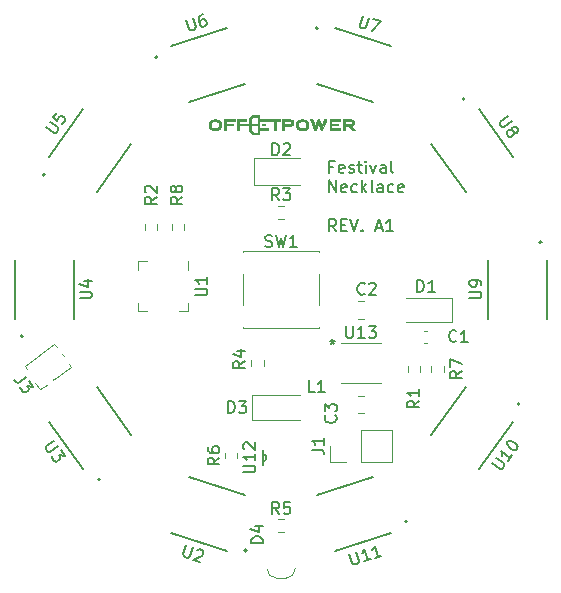
<source format=gto>
G04 #@! TF.GenerationSoftware,KiCad,Pcbnew,(5.1.10)-1*
G04 #@! TF.CreationDate,2022-01-26T20:28:20-05:00*
G04 #@! TF.ProjectId,FestivalNecklace,46657374-6976-4616-9c4e-65636b6c6163,rev?*
G04 #@! TF.SameCoordinates,Original*
G04 #@! TF.FileFunction,Legend,Top*
G04 #@! TF.FilePolarity,Positive*
%FSLAX46Y46*%
G04 Gerber Fmt 4.6, Leading zero omitted, Abs format (unit mm)*
G04 Created by KiCad (PCBNEW (5.1.10)-1) date 2022-01-26 20:28:20*
%MOMM*%
%LPD*%
G01*
G04 APERTURE LIST*
%ADD10C,0.150000*%
%ADD11C,0.010000*%
%ADD12C,0.120000*%
%ADD13C,0.152400*%
%ADD14C,0.127000*%
%ADD15C,0.200000*%
G04 APERTURE END LIST*
D10*
X104418928Y-89603571D02*
X104085595Y-89603571D01*
X104085595Y-90127380D02*
X104085595Y-89127380D01*
X104561785Y-89127380D01*
X105323690Y-90079761D02*
X105228452Y-90127380D01*
X105037976Y-90127380D01*
X104942738Y-90079761D01*
X104895119Y-89984523D01*
X104895119Y-89603571D01*
X104942738Y-89508333D01*
X105037976Y-89460714D01*
X105228452Y-89460714D01*
X105323690Y-89508333D01*
X105371309Y-89603571D01*
X105371309Y-89698809D01*
X104895119Y-89794047D01*
X105752261Y-90079761D02*
X105847500Y-90127380D01*
X106037976Y-90127380D01*
X106133214Y-90079761D01*
X106180833Y-89984523D01*
X106180833Y-89936904D01*
X106133214Y-89841666D01*
X106037976Y-89794047D01*
X105895119Y-89794047D01*
X105799880Y-89746428D01*
X105752261Y-89651190D01*
X105752261Y-89603571D01*
X105799880Y-89508333D01*
X105895119Y-89460714D01*
X106037976Y-89460714D01*
X106133214Y-89508333D01*
X106466547Y-89460714D02*
X106847500Y-89460714D01*
X106609404Y-89127380D02*
X106609404Y-89984523D01*
X106657023Y-90079761D01*
X106752261Y-90127380D01*
X106847500Y-90127380D01*
X107180833Y-90127380D02*
X107180833Y-89460714D01*
X107180833Y-89127380D02*
X107133214Y-89175000D01*
X107180833Y-89222619D01*
X107228452Y-89175000D01*
X107180833Y-89127380D01*
X107180833Y-89222619D01*
X107561785Y-89460714D02*
X107799880Y-90127380D01*
X108037976Y-89460714D01*
X108847500Y-90127380D02*
X108847500Y-89603571D01*
X108799880Y-89508333D01*
X108704642Y-89460714D01*
X108514166Y-89460714D01*
X108418928Y-89508333D01*
X108847500Y-90079761D02*
X108752261Y-90127380D01*
X108514166Y-90127380D01*
X108418928Y-90079761D01*
X108371309Y-89984523D01*
X108371309Y-89889285D01*
X108418928Y-89794047D01*
X108514166Y-89746428D01*
X108752261Y-89746428D01*
X108847500Y-89698809D01*
X109466547Y-90127380D02*
X109371309Y-90079761D01*
X109323690Y-89984523D01*
X109323690Y-89127380D01*
X104085595Y-91777380D02*
X104085595Y-90777380D01*
X104657023Y-91777380D01*
X104657023Y-90777380D01*
X105514166Y-91729761D02*
X105418928Y-91777380D01*
X105228452Y-91777380D01*
X105133214Y-91729761D01*
X105085595Y-91634523D01*
X105085595Y-91253571D01*
X105133214Y-91158333D01*
X105228452Y-91110714D01*
X105418928Y-91110714D01*
X105514166Y-91158333D01*
X105561785Y-91253571D01*
X105561785Y-91348809D01*
X105085595Y-91444047D01*
X106418928Y-91729761D02*
X106323690Y-91777380D01*
X106133214Y-91777380D01*
X106037976Y-91729761D01*
X105990357Y-91682142D01*
X105942738Y-91586904D01*
X105942738Y-91301190D01*
X105990357Y-91205952D01*
X106037976Y-91158333D01*
X106133214Y-91110714D01*
X106323690Y-91110714D01*
X106418928Y-91158333D01*
X106847500Y-91777380D02*
X106847500Y-90777380D01*
X106942738Y-91396428D02*
X107228452Y-91777380D01*
X107228452Y-91110714D02*
X106847500Y-91491666D01*
X107799880Y-91777380D02*
X107704642Y-91729761D01*
X107657023Y-91634523D01*
X107657023Y-90777380D01*
X108609404Y-91777380D02*
X108609404Y-91253571D01*
X108561785Y-91158333D01*
X108466547Y-91110714D01*
X108276071Y-91110714D01*
X108180833Y-91158333D01*
X108609404Y-91729761D02*
X108514166Y-91777380D01*
X108276071Y-91777380D01*
X108180833Y-91729761D01*
X108133214Y-91634523D01*
X108133214Y-91539285D01*
X108180833Y-91444047D01*
X108276071Y-91396428D01*
X108514166Y-91396428D01*
X108609404Y-91348809D01*
X109514166Y-91729761D02*
X109418928Y-91777380D01*
X109228452Y-91777380D01*
X109133214Y-91729761D01*
X109085595Y-91682142D01*
X109037976Y-91586904D01*
X109037976Y-91301190D01*
X109085595Y-91205952D01*
X109133214Y-91158333D01*
X109228452Y-91110714D01*
X109418928Y-91110714D01*
X109514166Y-91158333D01*
X110323690Y-91729761D02*
X110228452Y-91777380D01*
X110037976Y-91777380D01*
X109942738Y-91729761D01*
X109895119Y-91634523D01*
X109895119Y-91253571D01*
X109942738Y-91158333D01*
X110037976Y-91110714D01*
X110228452Y-91110714D01*
X110323690Y-91158333D01*
X110371309Y-91253571D01*
X110371309Y-91348809D01*
X109895119Y-91444047D01*
X104657023Y-95077380D02*
X104323690Y-94601190D01*
X104085595Y-95077380D02*
X104085595Y-94077380D01*
X104466547Y-94077380D01*
X104561785Y-94125000D01*
X104609404Y-94172619D01*
X104657023Y-94267857D01*
X104657023Y-94410714D01*
X104609404Y-94505952D01*
X104561785Y-94553571D01*
X104466547Y-94601190D01*
X104085595Y-94601190D01*
X105085595Y-94553571D02*
X105418928Y-94553571D01*
X105561785Y-95077380D02*
X105085595Y-95077380D01*
X105085595Y-94077380D01*
X105561785Y-94077380D01*
X105847500Y-94077380D02*
X106180833Y-95077380D01*
X106514166Y-94077380D01*
X106847500Y-94982142D02*
X106895119Y-95029761D01*
X106847500Y-95077380D01*
X106799880Y-95029761D01*
X106847500Y-94982142D01*
X106847500Y-95077380D01*
X108037976Y-94791666D02*
X108514166Y-94791666D01*
X107942738Y-95077380D02*
X108276071Y-94077380D01*
X108609404Y-95077380D01*
X109466547Y-95077380D02*
X108895119Y-95077380D01*
X109180833Y-95077380D02*
X109180833Y-94077380D01*
X109085595Y-94220238D01*
X108990357Y-94315476D01*
X108895119Y-94363095D01*
D11*
G36*
X98164050Y-85895483D02*
G01*
X98015884Y-85895483D01*
X98015884Y-85364020D01*
X97705792Y-85365462D01*
X97682806Y-85371123D01*
X97647647Y-85381878D01*
X97614604Y-85396212D01*
X97583861Y-85413932D01*
X97555606Y-85434848D01*
X97530025Y-85458768D01*
X97507304Y-85485503D01*
X97487630Y-85514860D01*
X97471189Y-85546649D01*
X97458168Y-85580678D01*
X97450354Y-85609312D01*
X97449517Y-85613099D01*
X97448784Y-85616785D01*
X97448149Y-85620671D01*
X97447601Y-85625063D01*
X97447134Y-85630262D01*
X97446737Y-85636574D01*
X97446404Y-85644300D01*
X97446125Y-85653745D01*
X97445892Y-85665212D01*
X97445696Y-85679004D01*
X97445529Y-85695425D01*
X97445382Y-85714778D01*
X97445248Y-85737366D01*
X97445116Y-85763494D01*
X97444980Y-85793463D01*
X97444938Y-85802879D01*
X97444178Y-85975917D01*
X98164050Y-85975917D01*
X98164050Y-86883967D01*
X97947621Y-86883676D01*
X97917249Y-86883618D01*
X97887757Y-86883529D01*
X97859463Y-86883412D01*
X97832680Y-86883269D01*
X97807725Y-86883104D01*
X97784913Y-86882918D01*
X97764558Y-86882715D01*
X97746977Y-86882498D01*
X97732485Y-86882268D01*
X97721397Y-86882029D01*
X97714028Y-86881784D01*
X97711440Y-86881628D01*
X97667849Y-86875666D01*
X97625385Y-86865683D01*
X97584277Y-86851769D01*
X97544755Y-86834017D01*
X97507049Y-86812518D01*
X97471389Y-86787365D01*
X97467667Y-86784431D01*
X97455429Y-86774016D01*
X97441651Y-86761190D01*
X97427294Y-86746937D01*
X97413320Y-86732242D01*
X97400689Y-86718088D01*
X97390363Y-86705462D01*
X97389642Y-86704517D01*
X97366700Y-86671023D01*
X97346461Y-86634893D01*
X97329361Y-86597033D01*
X97315837Y-86558353D01*
X97311131Y-86541301D01*
X97308934Y-86532582D01*
X97307036Y-86524784D01*
X97305413Y-86517530D01*
X97304043Y-86510444D01*
X97302900Y-86503149D01*
X97301961Y-86495268D01*
X97301204Y-86486425D01*
X97300603Y-86476243D01*
X97300136Y-86464345D01*
X97299779Y-86450355D01*
X97299508Y-86433896D01*
X97299300Y-86414591D01*
X97299131Y-86392063D01*
X97298977Y-86365937D01*
X97298869Y-86345804D01*
X97298113Y-86204517D01*
X97444125Y-86204517D01*
X97444942Y-86337338D01*
X97445114Y-86364452D01*
X97445279Y-86387693D01*
X97445450Y-86407418D01*
X97445640Y-86423986D01*
X97445861Y-86437757D01*
X97446127Y-86449089D01*
X97446449Y-86458341D01*
X97446841Y-86465873D01*
X97447316Y-86472043D01*
X97447886Y-86477210D01*
X97448563Y-86481733D01*
X97449362Y-86485971D01*
X97450293Y-86490283D01*
X97450384Y-86490688D01*
X97460518Y-86526409D01*
X97474312Y-86560140D01*
X97491626Y-86591688D01*
X97512321Y-86620862D01*
X97536258Y-86647470D01*
X97563298Y-86671322D01*
X97593302Y-86692226D01*
X97599700Y-86696067D01*
X97615860Y-86704556D01*
X97634741Y-86712890D01*
X97654853Y-86720480D01*
X97674705Y-86726739D01*
X97682806Y-86728878D01*
X97705792Y-86734538D01*
X98015884Y-86735980D01*
X98015884Y-86124084D01*
X97298204Y-86124084D01*
X97298864Y-85868496D01*
X97298962Y-85829741D01*
X97299050Y-85794967D01*
X97299139Y-85763920D01*
X97299238Y-85736347D01*
X97299359Y-85711996D01*
X97299510Y-85690614D01*
X97299702Y-85671947D01*
X97299944Y-85655743D01*
X97300248Y-85641749D01*
X97300622Y-85629712D01*
X97301077Y-85619379D01*
X97301623Y-85610498D01*
X97302270Y-85602814D01*
X97303027Y-85596075D01*
X97303906Y-85590029D01*
X97304915Y-85584422D01*
X97306066Y-85579002D01*
X97307367Y-85573515D01*
X97308829Y-85567709D01*
X97310462Y-85561331D01*
X97311131Y-85558700D01*
X97322942Y-85519946D01*
X97338521Y-85481613D01*
X97357432Y-85444610D01*
X97379238Y-85409844D01*
X97389642Y-85395484D01*
X97399734Y-85383028D01*
X97412211Y-85368964D01*
X97426110Y-85354276D01*
X97440472Y-85339949D01*
X97454335Y-85326967D01*
X97466736Y-85316316D01*
X97467667Y-85315570D01*
X97502935Y-85290164D01*
X97540466Y-85268292D01*
X97580077Y-85250035D01*
X97621581Y-85235472D01*
X97664793Y-85224684D01*
X97684775Y-85221079D01*
X97688798Y-85220487D01*
X97693212Y-85219959D01*
X97698275Y-85219489D01*
X97704246Y-85219072D01*
X97711384Y-85218705D01*
X97719945Y-85218382D01*
X97730189Y-85218099D01*
X97742373Y-85217852D01*
X97756757Y-85217635D01*
X97773597Y-85217444D01*
X97793153Y-85217275D01*
X97815682Y-85217122D01*
X97841444Y-85216982D01*
X97870695Y-85216850D01*
X97903695Y-85216720D01*
X97935979Y-85216606D01*
X98164050Y-85215823D01*
X98164050Y-85895483D01*
G37*
X98164050Y-85895483D02*
X98015884Y-85895483D01*
X98015884Y-85364020D01*
X97705792Y-85365462D01*
X97682806Y-85371123D01*
X97647647Y-85381878D01*
X97614604Y-85396212D01*
X97583861Y-85413932D01*
X97555606Y-85434848D01*
X97530025Y-85458768D01*
X97507304Y-85485503D01*
X97487630Y-85514860D01*
X97471189Y-85546649D01*
X97458168Y-85580678D01*
X97450354Y-85609312D01*
X97449517Y-85613099D01*
X97448784Y-85616785D01*
X97448149Y-85620671D01*
X97447601Y-85625063D01*
X97447134Y-85630262D01*
X97446737Y-85636574D01*
X97446404Y-85644300D01*
X97446125Y-85653745D01*
X97445892Y-85665212D01*
X97445696Y-85679004D01*
X97445529Y-85695425D01*
X97445382Y-85714778D01*
X97445248Y-85737366D01*
X97445116Y-85763494D01*
X97444980Y-85793463D01*
X97444938Y-85802879D01*
X97444178Y-85975917D01*
X98164050Y-85975917D01*
X98164050Y-86883967D01*
X97947621Y-86883676D01*
X97917249Y-86883618D01*
X97887757Y-86883529D01*
X97859463Y-86883412D01*
X97832680Y-86883269D01*
X97807725Y-86883104D01*
X97784913Y-86882918D01*
X97764558Y-86882715D01*
X97746977Y-86882498D01*
X97732485Y-86882268D01*
X97721397Y-86882029D01*
X97714028Y-86881784D01*
X97711440Y-86881628D01*
X97667849Y-86875666D01*
X97625385Y-86865683D01*
X97584277Y-86851769D01*
X97544755Y-86834017D01*
X97507049Y-86812518D01*
X97471389Y-86787365D01*
X97467667Y-86784431D01*
X97455429Y-86774016D01*
X97441651Y-86761190D01*
X97427294Y-86746937D01*
X97413320Y-86732242D01*
X97400689Y-86718088D01*
X97390363Y-86705462D01*
X97389642Y-86704517D01*
X97366700Y-86671023D01*
X97346461Y-86634893D01*
X97329361Y-86597033D01*
X97315837Y-86558353D01*
X97311131Y-86541301D01*
X97308934Y-86532582D01*
X97307036Y-86524784D01*
X97305413Y-86517530D01*
X97304043Y-86510444D01*
X97302900Y-86503149D01*
X97301961Y-86495268D01*
X97301204Y-86486425D01*
X97300603Y-86476243D01*
X97300136Y-86464345D01*
X97299779Y-86450355D01*
X97299508Y-86433896D01*
X97299300Y-86414591D01*
X97299131Y-86392063D01*
X97298977Y-86365937D01*
X97298869Y-86345804D01*
X97298113Y-86204517D01*
X97444125Y-86204517D01*
X97444942Y-86337338D01*
X97445114Y-86364452D01*
X97445279Y-86387693D01*
X97445450Y-86407418D01*
X97445640Y-86423986D01*
X97445861Y-86437757D01*
X97446127Y-86449089D01*
X97446449Y-86458341D01*
X97446841Y-86465873D01*
X97447316Y-86472043D01*
X97447886Y-86477210D01*
X97448563Y-86481733D01*
X97449362Y-86485971D01*
X97450293Y-86490283D01*
X97450384Y-86490688D01*
X97460518Y-86526409D01*
X97474312Y-86560140D01*
X97491626Y-86591688D01*
X97512321Y-86620862D01*
X97536258Y-86647470D01*
X97563298Y-86671322D01*
X97593302Y-86692226D01*
X97599700Y-86696067D01*
X97615860Y-86704556D01*
X97634741Y-86712890D01*
X97654853Y-86720480D01*
X97674705Y-86726739D01*
X97682806Y-86728878D01*
X97705792Y-86734538D01*
X98015884Y-86735980D01*
X98015884Y-86124084D01*
X97298204Y-86124084D01*
X97298864Y-85868496D01*
X97298962Y-85829741D01*
X97299050Y-85794967D01*
X97299139Y-85763920D01*
X97299238Y-85736347D01*
X97299359Y-85711996D01*
X97299510Y-85690614D01*
X97299702Y-85671947D01*
X97299944Y-85655743D01*
X97300248Y-85641749D01*
X97300622Y-85629712D01*
X97301077Y-85619379D01*
X97301623Y-85610498D01*
X97302270Y-85602814D01*
X97303027Y-85596075D01*
X97303906Y-85590029D01*
X97304915Y-85584422D01*
X97306066Y-85579002D01*
X97307367Y-85573515D01*
X97308829Y-85567709D01*
X97310462Y-85561331D01*
X97311131Y-85558700D01*
X97322942Y-85519946D01*
X97338521Y-85481613D01*
X97357432Y-85444610D01*
X97379238Y-85409844D01*
X97389642Y-85395484D01*
X97399734Y-85383028D01*
X97412211Y-85368964D01*
X97426110Y-85354276D01*
X97440472Y-85339949D01*
X97454335Y-85326967D01*
X97466736Y-85316316D01*
X97467667Y-85315570D01*
X97502935Y-85290164D01*
X97540466Y-85268292D01*
X97580077Y-85250035D01*
X97621581Y-85235472D01*
X97664793Y-85224684D01*
X97684775Y-85221079D01*
X97688798Y-85220487D01*
X97693212Y-85219959D01*
X97698275Y-85219489D01*
X97704246Y-85219072D01*
X97711384Y-85218705D01*
X97719945Y-85218382D01*
X97730189Y-85218099D01*
X97742373Y-85217852D01*
X97756757Y-85217635D01*
X97773597Y-85217444D01*
X97793153Y-85217275D01*
X97815682Y-85217122D01*
X97841444Y-85216982D01*
X97870695Y-85216850D01*
X97903695Y-85216720D01*
X97935979Y-85216606D01*
X98164050Y-85215823D01*
X98164050Y-85895483D01*
G36*
X103766550Y-85611859D02*
G01*
X103783956Y-85611897D01*
X103797882Y-85611980D01*
X103808703Y-85612125D01*
X103816798Y-85612348D01*
X103822541Y-85612667D01*
X103826310Y-85613097D01*
X103828480Y-85613655D01*
X103829429Y-85614358D01*
X103829533Y-85615223D01*
X103829444Y-85615554D01*
X103828607Y-85617860D01*
X103826371Y-85623959D01*
X103822799Y-85633671D01*
X103817960Y-85646819D01*
X103811918Y-85663222D01*
X103804739Y-85682703D01*
X103796490Y-85705082D01*
X103787236Y-85730181D01*
X103777043Y-85757820D01*
X103765978Y-85787822D01*
X103754105Y-85820008D01*
X103741492Y-85854198D01*
X103728203Y-85890213D01*
X103714306Y-85927876D01*
X103699865Y-85967007D01*
X103684947Y-86007427D01*
X103669618Y-86048957D01*
X103662601Y-86067967D01*
X103496967Y-86516676D01*
X103486396Y-86518559D01*
X103481286Y-86519102D01*
X103472685Y-86519603D01*
X103461339Y-86520039D01*
X103447989Y-86520382D01*
X103433381Y-86520607D01*
X103424404Y-86520675D01*
X103407545Y-86520705D01*
X103394487Y-86520606D01*
X103384799Y-86520360D01*
X103378051Y-86519945D01*
X103373811Y-86519341D01*
X103371649Y-86518527D01*
X103371264Y-86518130D01*
X103370377Y-86515850D01*
X103368162Y-86509796D01*
X103364698Y-86500186D01*
X103360061Y-86487239D01*
X103354329Y-86471174D01*
X103347581Y-86452211D01*
X103339893Y-86430567D01*
X103331344Y-86406462D01*
X103322011Y-86380115D01*
X103311972Y-86351744D01*
X103301303Y-86321568D01*
X103290084Y-86289806D01*
X103278392Y-86256677D01*
X103266304Y-86222401D01*
X103261996Y-86210179D01*
X103249795Y-86175574D01*
X103237967Y-86142054D01*
X103226588Y-86109836D01*
X103215736Y-86079139D01*
X103205489Y-86050180D01*
X103195923Y-86023178D01*
X103187117Y-85998349D01*
X103179146Y-85975912D01*
X103172090Y-85956084D01*
X103166024Y-85939083D01*
X103161026Y-85925127D01*
X103157174Y-85914433D01*
X103154545Y-85907220D01*
X103153217Y-85903705D01*
X103153072Y-85903388D01*
X103152231Y-85905166D01*
X103150072Y-85910726D01*
X103146673Y-85919856D01*
X103142109Y-85932341D01*
X103136458Y-85947966D01*
X103129794Y-85966517D01*
X103122195Y-85987780D01*
X103113737Y-86011541D01*
X103104496Y-86037586D01*
X103094549Y-86065700D01*
X103083972Y-86095669D01*
X103072840Y-86127279D01*
X103061232Y-86160316D01*
X103049222Y-86194565D01*
X103044082Y-86209246D01*
X103031914Y-86244013D01*
X103020121Y-86277707D01*
X103008779Y-86310109D01*
X102997966Y-86341002D01*
X102987757Y-86370167D01*
X102978229Y-86397386D01*
X102969458Y-86422442D01*
X102961520Y-86445116D01*
X102954492Y-86465191D01*
X102948450Y-86482447D01*
X102943470Y-86496667D01*
X102939630Y-86507634D01*
X102937004Y-86515128D01*
X102935670Y-86518931D01*
X102935515Y-86519371D01*
X102933184Y-86520180D01*
X102927245Y-86520828D01*
X102918319Y-86521309D01*
X102907030Y-86521620D01*
X102893999Y-86521756D01*
X102879848Y-86521714D01*
X102865199Y-86521490D01*
X102850675Y-86521079D01*
X102836898Y-86520478D01*
X102829867Y-86520065D01*
X102821249Y-86519403D01*
X102814363Y-86518689D01*
X102810205Y-86518033D01*
X102809460Y-86517761D01*
X102808649Y-86515706D01*
X102806446Y-86509853D01*
X102802916Y-86500381D01*
X102798123Y-86487465D01*
X102792133Y-86471284D01*
X102785012Y-86452015D01*
X102776825Y-86429834D01*
X102767637Y-86404919D01*
X102757514Y-86377447D01*
X102746519Y-86347596D01*
X102734720Y-86315542D01*
X102722181Y-86281462D01*
X102708968Y-86245535D01*
X102695145Y-86207936D01*
X102680779Y-86168844D01*
X102665933Y-86128435D01*
X102650675Y-86086886D01*
X102642983Y-86065935D01*
X102627541Y-86023879D01*
X102612480Y-85982870D01*
X102597865Y-85943084D01*
X102583762Y-85904701D01*
X102570235Y-85867896D01*
X102557350Y-85832848D01*
X102545173Y-85799735D01*
X102533768Y-85768733D01*
X102523201Y-85740020D01*
X102513538Y-85713774D01*
X102504844Y-85690172D01*
X102497183Y-85669392D01*
X102490622Y-85651612D01*
X102485226Y-85637007D01*
X102481059Y-85625758D01*
X102478188Y-85618040D01*
X102476678Y-85614031D01*
X102476454Y-85613474D01*
X102478268Y-85613126D01*
X102483878Y-85612829D01*
X102492847Y-85612589D01*
X102504737Y-85612411D01*
X102519112Y-85612302D01*
X102535534Y-85612267D01*
X102553567Y-85612311D01*
X102561543Y-85612355D01*
X102647666Y-85612908D01*
X102758980Y-85918086D01*
X102771573Y-85952584D01*
X102783778Y-85985974D01*
X102795518Y-86018043D01*
X102806712Y-86048575D01*
X102817283Y-86077358D01*
X102827150Y-86104176D01*
X102836235Y-86128815D01*
X102844459Y-86151061D01*
X102851741Y-86170699D01*
X102858004Y-86187515D01*
X102863167Y-86201295D01*
X102867152Y-86211825D01*
X102869880Y-86218889D01*
X102871271Y-86222274D01*
X102871435Y-86222551D01*
X102872258Y-86220509D01*
X102874415Y-86214693D01*
X102877826Y-86205319D01*
X102882417Y-86192604D01*
X102888107Y-86176765D01*
X102894822Y-86158018D01*
X102902482Y-86136581D01*
X102911011Y-86112670D01*
X102920331Y-86086502D01*
X102930365Y-86058295D01*
X102941036Y-86028264D01*
X102952266Y-85996626D01*
X102963978Y-85963599D01*
X102976094Y-85929399D01*
X102980525Y-85916882D01*
X103088475Y-85611926D01*
X103153336Y-85611888D01*
X103171681Y-85611893D01*
X103186239Y-85611947D01*
X103197459Y-85612075D01*
X103205787Y-85612302D01*
X103211670Y-85612652D01*
X103215556Y-85613151D01*
X103217892Y-85613823D01*
X103219124Y-85614693D01*
X103219620Y-85615554D01*
X103220475Y-85617943D01*
X103222658Y-85624104D01*
X103226091Y-85633814D01*
X103230696Y-85646853D01*
X103236395Y-85662999D01*
X103243111Y-85682031D01*
X103250763Y-85703727D01*
X103259276Y-85727867D01*
X103268570Y-85754227D01*
X103278567Y-85782588D01*
X103289190Y-85812727D01*
X103300360Y-85844423D01*
X103311999Y-85877456D01*
X103324029Y-85911602D01*
X103326926Y-85919825D01*
X103339028Y-85954164D01*
X103350759Y-85987414D01*
X103362039Y-86019357D01*
X103372791Y-86049773D01*
X103382937Y-86078443D01*
X103392399Y-86105148D01*
X103401100Y-86129668D01*
X103408960Y-86151784D01*
X103415903Y-86171277D01*
X103421851Y-86187926D01*
X103426725Y-86201514D01*
X103430448Y-86211821D01*
X103432942Y-86218626D01*
X103434129Y-86221712D01*
X103434212Y-86221876D01*
X103435085Y-86220093D01*
X103437332Y-86214547D01*
X103440873Y-86205452D01*
X103445628Y-86193020D01*
X103451517Y-86177465D01*
X103458461Y-86159000D01*
X103466381Y-86137838D01*
X103475197Y-86114193D01*
X103484828Y-86088277D01*
X103495197Y-86060305D01*
X103506222Y-86030488D01*
X103517825Y-85999041D01*
X103529926Y-85966177D01*
X103542445Y-85932109D01*
X103547768Y-85917605D01*
X103659922Y-85611850D01*
X103745287Y-85611850D01*
X103766550Y-85611859D01*
G37*
X103766550Y-85611859D02*
X103783956Y-85611897D01*
X103797882Y-85611980D01*
X103808703Y-85612125D01*
X103816798Y-85612348D01*
X103822541Y-85612667D01*
X103826310Y-85613097D01*
X103828480Y-85613655D01*
X103829429Y-85614358D01*
X103829533Y-85615223D01*
X103829444Y-85615554D01*
X103828607Y-85617860D01*
X103826371Y-85623959D01*
X103822799Y-85633671D01*
X103817960Y-85646819D01*
X103811918Y-85663222D01*
X103804739Y-85682703D01*
X103796490Y-85705082D01*
X103787236Y-85730181D01*
X103777043Y-85757820D01*
X103765978Y-85787822D01*
X103754105Y-85820008D01*
X103741492Y-85854198D01*
X103728203Y-85890213D01*
X103714306Y-85927876D01*
X103699865Y-85967007D01*
X103684947Y-86007427D01*
X103669618Y-86048957D01*
X103662601Y-86067967D01*
X103496967Y-86516676D01*
X103486396Y-86518559D01*
X103481286Y-86519102D01*
X103472685Y-86519603D01*
X103461339Y-86520039D01*
X103447989Y-86520382D01*
X103433381Y-86520607D01*
X103424404Y-86520675D01*
X103407545Y-86520705D01*
X103394487Y-86520606D01*
X103384799Y-86520360D01*
X103378051Y-86519945D01*
X103373811Y-86519341D01*
X103371649Y-86518527D01*
X103371264Y-86518130D01*
X103370377Y-86515850D01*
X103368162Y-86509796D01*
X103364698Y-86500186D01*
X103360061Y-86487239D01*
X103354329Y-86471174D01*
X103347581Y-86452211D01*
X103339893Y-86430567D01*
X103331344Y-86406462D01*
X103322011Y-86380115D01*
X103311972Y-86351744D01*
X103301303Y-86321568D01*
X103290084Y-86289806D01*
X103278392Y-86256677D01*
X103266304Y-86222401D01*
X103261996Y-86210179D01*
X103249795Y-86175574D01*
X103237967Y-86142054D01*
X103226588Y-86109836D01*
X103215736Y-86079139D01*
X103205489Y-86050180D01*
X103195923Y-86023178D01*
X103187117Y-85998349D01*
X103179146Y-85975912D01*
X103172090Y-85956084D01*
X103166024Y-85939083D01*
X103161026Y-85925127D01*
X103157174Y-85914433D01*
X103154545Y-85907220D01*
X103153217Y-85903705D01*
X103153072Y-85903388D01*
X103152231Y-85905166D01*
X103150072Y-85910726D01*
X103146673Y-85919856D01*
X103142109Y-85932341D01*
X103136458Y-85947966D01*
X103129794Y-85966517D01*
X103122195Y-85987780D01*
X103113737Y-86011541D01*
X103104496Y-86037586D01*
X103094549Y-86065700D01*
X103083972Y-86095669D01*
X103072840Y-86127279D01*
X103061232Y-86160316D01*
X103049222Y-86194565D01*
X103044082Y-86209246D01*
X103031914Y-86244013D01*
X103020121Y-86277707D01*
X103008779Y-86310109D01*
X102997966Y-86341002D01*
X102987757Y-86370167D01*
X102978229Y-86397386D01*
X102969458Y-86422442D01*
X102961520Y-86445116D01*
X102954492Y-86465191D01*
X102948450Y-86482447D01*
X102943470Y-86496667D01*
X102939630Y-86507634D01*
X102937004Y-86515128D01*
X102935670Y-86518931D01*
X102935515Y-86519371D01*
X102933184Y-86520180D01*
X102927245Y-86520828D01*
X102918319Y-86521309D01*
X102907030Y-86521620D01*
X102893999Y-86521756D01*
X102879848Y-86521714D01*
X102865199Y-86521490D01*
X102850675Y-86521079D01*
X102836898Y-86520478D01*
X102829867Y-86520065D01*
X102821249Y-86519403D01*
X102814363Y-86518689D01*
X102810205Y-86518033D01*
X102809460Y-86517761D01*
X102808649Y-86515706D01*
X102806446Y-86509853D01*
X102802916Y-86500381D01*
X102798123Y-86487465D01*
X102792133Y-86471284D01*
X102785012Y-86452015D01*
X102776825Y-86429834D01*
X102767637Y-86404919D01*
X102757514Y-86377447D01*
X102746519Y-86347596D01*
X102734720Y-86315542D01*
X102722181Y-86281462D01*
X102708968Y-86245535D01*
X102695145Y-86207936D01*
X102680779Y-86168844D01*
X102665933Y-86128435D01*
X102650675Y-86086886D01*
X102642983Y-86065935D01*
X102627541Y-86023879D01*
X102612480Y-85982870D01*
X102597865Y-85943084D01*
X102583762Y-85904701D01*
X102570235Y-85867896D01*
X102557350Y-85832848D01*
X102545173Y-85799735D01*
X102533768Y-85768733D01*
X102523201Y-85740020D01*
X102513538Y-85713774D01*
X102504844Y-85690172D01*
X102497183Y-85669392D01*
X102490622Y-85651612D01*
X102485226Y-85637007D01*
X102481059Y-85625758D01*
X102478188Y-85618040D01*
X102476678Y-85614031D01*
X102476454Y-85613474D01*
X102478268Y-85613126D01*
X102483878Y-85612829D01*
X102492847Y-85612589D01*
X102504737Y-85612411D01*
X102519112Y-85612302D01*
X102535534Y-85612267D01*
X102553567Y-85612311D01*
X102561543Y-85612355D01*
X102647666Y-85612908D01*
X102758980Y-85918086D01*
X102771573Y-85952584D01*
X102783778Y-85985974D01*
X102795518Y-86018043D01*
X102806712Y-86048575D01*
X102817283Y-86077358D01*
X102827150Y-86104176D01*
X102836235Y-86128815D01*
X102844459Y-86151061D01*
X102851741Y-86170699D01*
X102858004Y-86187515D01*
X102863167Y-86201295D01*
X102867152Y-86211825D01*
X102869880Y-86218889D01*
X102871271Y-86222274D01*
X102871435Y-86222551D01*
X102872258Y-86220509D01*
X102874415Y-86214693D01*
X102877826Y-86205319D01*
X102882417Y-86192604D01*
X102888107Y-86176765D01*
X102894822Y-86158018D01*
X102902482Y-86136581D01*
X102911011Y-86112670D01*
X102920331Y-86086502D01*
X102930365Y-86058295D01*
X102941036Y-86028264D01*
X102952266Y-85996626D01*
X102963978Y-85963599D01*
X102976094Y-85929399D01*
X102980525Y-85916882D01*
X103088475Y-85611926D01*
X103153336Y-85611888D01*
X103171681Y-85611893D01*
X103186239Y-85611947D01*
X103197459Y-85612075D01*
X103205787Y-85612302D01*
X103211670Y-85612652D01*
X103215556Y-85613151D01*
X103217892Y-85613823D01*
X103219124Y-85614693D01*
X103219620Y-85615554D01*
X103220475Y-85617943D01*
X103222658Y-85624104D01*
X103226091Y-85633814D01*
X103230696Y-85646853D01*
X103236395Y-85662999D01*
X103243111Y-85682031D01*
X103250763Y-85703727D01*
X103259276Y-85727867D01*
X103268570Y-85754227D01*
X103278567Y-85782588D01*
X103289190Y-85812727D01*
X103300360Y-85844423D01*
X103311999Y-85877456D01*
X103324029Y-85911602D01*
X103326926Y-85919825D01*
X103339028Y-85954164D01*
X103350759Y-85987414D01*
X103362039Y-86019357D01*
X103372791Y-86049773D01*
X103382937Y-86078443D01*
X103392399Y-86105148D01*
X103401100Y-86129668D01*
X103408960Y-86151784D01*
X103415903Y-86171277D01*
X103421851Y-86187926D01*
X103426725Y-86201514D01*
X103430448Y-86211821D01*
X103432942Y-86218626D01*
X103434129Y-86221712D01*
X103434212Y-86221876D01*
X103435085Y-86220093D01*
X103437332Y-86214547D01*
X103440873Y-86205452D01*
X103445628Y-86193020D01*
X103451517Y-86177465D01*
X103458461Y-86159000D01*
X103466381Y-86137838D01*
X103475197Y-86114193D01*
X103484828Y-86088277D01*
X103495197Y-86060305D01*
X103506222Y-86030488D01*
X103517825Y-85999041D01*
X103529926Y-85966177D01*
X103542445Y-85932109D01*
X103547768Y-85917605D01*
X103659922Y-85611850D01*
X103745287Y-85611850D01*
X103766550Y-85611859D01*
G36*
X94415434Y-85612517D02*
G01*
X94446598Y-85613338D01*
X94474326Y-85614591D01*
X94499402Y-85616358D01*
X94522608Y-85618716D01*
X94544727Y-85621746D01*
X94566543Y-85625528D01*
X94588837Y-85630141D01*
X94589000Y-85630177D01*
X94633487Y-85641668D01*
X94674572Y-85655664D01*
X94712301Y-85672214D01*
X94746723Y-85691370D01*
X94777883Y-85713182D01*
X94805830Y-85737701D01*
X94830611Y-85764979D01*
X94852274Y-85795065D01*
X94870864Y-85828010D01*
X94886431Y-85863866D01*
X94899020Y-85902682D01*
X94908680Y-85944511D01*
X94914190Y-85979092D01*
X94915743Y-85994437D01*
X94916888Y-86012973D01*
X94917625Y-86033731D01*
X94917955Y-86055742D01*
X94917877Y-86078039D01*
X94917392Y-86099653D01*
X94916501Y-86119615D01*
X94915202Y-86136957D01*
X94914148Y-86146309D01*
X94906718Y-86190122D01*
X94896536Y-86230785D01*
X94883535Y-86268421D01*
X94867647Y-86303154D01*
X94848803Y-86335107D01*
X94826936Y-86364403D01*
X94801980Y-86391166D01*
X94773865Y-86415519D01*
X94761248Y-86424952D01*
X94732715Y-86443253D01*
X94700744Y-86459854D01*
X94665861Y-86474544D01*
X94628588Y-86487117D01*
X94589449Y-86497364D01*
X94567834Y-86501836D01*
X94551007Y-86504889D01*
X94535592Y-86507407D01*
X94520896Y-86509442D01*
X94506227Y-86511050D01*
X94490892Y-86512285D01*
X94474201Y-86513200D01*
X94455460Y-86513850D01*
X94433978Y-86514290D01*
X94409063Y-86514573D01*
X94404850Y-86514607D01*
X94386378Y-86514724D01*
X94368986Y-86514790D01*
X94353190Y-86514808D01*
X94339501Y-86514779D01*
X94328435Y-86514703D01*
X94320504Y-86514583D01*
X94316223Y-86514418D01*
X94315950Y-86514392D01*
X94310837Y-86513858D01*
X94302711Y-86513051D01*
X94292777Y-86512090D01*
X94284200Y-86511277D01*
X94236775Y-86505317D01*
X94191706Y-86496596D01*
X94149193Y-86485183D01*
X94109435Y-86471147D01*
X94072635Y-86454556D01*
X94038992Y-86435479D01*
X94015526Y-86419260D01*
X93986594Y-86394862D01*
X93960788Y-86367619D01*
X93938115Y-86337550D01*
X93918581Y-86304673D01*
X93902195Y-86269005D01*
X93888963Y-86230564D01*
X93878891Y-86189370D01*
X93871988Y-86145439D01*
X93868261Y-86098789D01*
X93867724Y-86050174D01*
X94030618Y-86050174D01*
X94030824Y-86079565D01*
X94032839Y-86116140D01*
X94036832Y-86149226D01*
X94042913Y-86179134D01*
X94051191Y-86206175D01*
X94061777Y-86230659D01*
X94074781Y-86252897D01*
X94090312Y-86273200D01*
X94104723Y-86288345D01*
X94122717Y-86303805D01*
X94142674Y-86317407D01*
X94164832Y-86329219D01*
X94189431Y-86339307D01*
X94216711Y-86347740D01*
X94246913Y-86354585D01*
X94280275Y-86359908D01*
X94317039Y-86363778D01*
X94357443Y-86366260D01*
X94385800Y-86367163D01*
X94392348Y-86367145D01*
X94402164Y-86366915D01*
X94414290Y-86366505D01*
X94427769Y-86365946D01*
X94440834Y-86365314D01*
X94483328Y-86362099D01*
X94522136Y-86357021D01*
X94557407Y-86350008D01*
X94589290Y-86340989D01*
X94617933Y-86329893D01*
X94643487Y-86316648D01*
X94666101Y-86301183D01*
X94685922Y-86283427D01*
X94703101Y-86263309D01*
X94717786Y-86240757D01*
X94723442Y-86230152D01*
X94734533Y-86204116D01*
X94743406Y-86174882D01*
X94749999Y-86142896D01*
X94754248Y-86108605D01*
X94756092Y-86072455D01*
X94755467Y-86034891D01*
X94753977Y-86012958D01*
X94749315Y-85976200D01*
X94741918Y-85942652D01*
X94731721Y-85912237D01*
X94718653Y-85884878D01*
X94702648Y-85860494D01*
X94683638Y-85839010D01*
X94661553Y-85820347D01*
X94636326Y-85804426D01*
X94607889Y-85791170D01*
X94576174Y-85780500D01*
X94544550Y-85773001D01*
X94508796Y-85767182D01*
X94470170Y-85763084D01*
X94429669Y-85760707D01*
X94388291Y-85760050D01*
X94347030Y-85761115D01*
X94306884Y-85763900D01*
X94268848Y-85768406D01*
X94241867Y-85773001D01*
X94207593Y-85781249D01*
X94176531Y-85791935D01*
X94148626Y-85805137D01*
X94123823Y-85820934D01*
X94102070Y-85839405D01*
X94083312Y-85860628D01*
X94067494Y-85884683D01*
X94054562Y-85911647D01*
X94044463Y-85941599D01*
X94037142Y-85974619D01*
X94032545Y-86010784D01*
X94030618Y-86050174D01*
X93867724Y-86050174D01*
X93867715Y-86049440D01*
X93867916Y-86041534D01*
X93870904Y-85994033D01*
X93876923Y-85949473D01*
X93885993Y-85907818D01*
X93898133Y-85869035D01*
X93913362Y-85833088D01*
X93931701Y-85799943D01*
X93953169Y-85769565D01*
X93977785Y-85741919D01*
X94005568Y-85716971D01*
X94036540Y-85694686D01*
X94070718Y-85675029D01*
X94075753Y-85672488D01*
X94110097Y-85657062D01*
X94146351Y-85643996D01*
X94184772Y-85633243D01*
X94225621Y-85624757D01*
X94269155Y-85618494D01*
X94315635Y-85614407D01*
X94365320Y-85612450D01*
X94415434Y-85612517D01*
G37*
X94415434Y-85612517D02*
X94446598Y-85613338D01*
X94474326Y-85614591D01*
X94499402Y-85616358D01*
X94522608Y-85618716D01*
X94544727Y-85621746D01*
X94566543Y-85625528D01*
X94588837Y-85630141D01*
X94589000Y-85630177D01*
X94633487Y-85641668D01*
X94674572Y-85655664D01*
X94712301Y-85672214D01*
X94746723Y-85691370D01*
X94777883Y-85713182D01*
X94805830Y-85737701D01*
X94830611Y-85764979D01*
X94852274Y-85795065D01*
X94870864Y-85828010D01*
X94886431Y-85863866D01*
X94899020Y-85902682D01*
X94908680Y-85944511D01*
X94914190Y-85979092D01*
X94915743Y-85994437D01*
X94916888Y-86012973D01*
X94917625Y-86033731D01*
X94917955Y-86055742D01*
X94917877Y-86078039D01*
X94917392Y-86099653D01*
X94916501Y-86119615D01*
X94915202Y-86136957D01*
X94914148Y-86146309D01*
X94906718Y-86190122D01*
X94896536Y-86230785D01*
X94883535Y-86268421D01*
X94867647Y-86303154D01*
X94848803Y-86335107D01*
X94826936Y-86364403D01*
X94801980Y-86391166D01*
X94773865Y-86415519D01*
X94761248Y-86424952D01*
X94732715Y-86443253D01*
X94700744Y-86459854D01*
X94665861Y-86474544D01*
X94628588Y-86487117D01*
X94589449Y-86497364D01*
X94567834Y-86501836D01*
X94551007Y-86504889D01*
X94535592Y-86507407D01*
X94520896Y-86509442D01*
X94506227Y-86511050D01*
X94490892Y-86512285D01*
X94474201Y-86513200D01*
X94455460Y-86513850D01*
X94433978Y-86514290D01*
X94409063Y-86514573D01*
X94404850Y-86514607D01*
X94386378Y-86514724D01*
X94368986Y-86514790D01*
X94353190Y-86514808D01*
X94339501Y-86514779D01*
X94328435Y-86514703D01*
X94320504Y-86514583D01*
X94316223Y-86514418D01*
X94315950Y-86514392D01*
X94310837Y-86513858D01*
X94302711Y-86513051D01*
X94292777Y-86512090D01*
X94284200Y-86511277D01*
X94236775Y-86505317D01*
X94191706Y-86496596D01*
X94149193Y-86485183D01*
X94109435Y-86471147D01*
X94072635Y-86454556D01*
X94038992Y-86435479D01*
X94015526Y-86419260D01*
X93986594Y-86394862D01*
X93960788Y-86367619D01*
X93938115Y-86337550D01*
X93918581Y-86304673D01*
X93902195Y-86269005D01*
X93888963Y-86230564D01*
X93878891Y-86189370D01*
X93871988Y-86145439D01*
X93868261Y-86098789D01*
X93867724Y-86050174D01*
X94030618Y-86050174D01*
X94030824Y-86079565D01*
X94032839Y-86116140D01*
X94036832Y-86149226D01*
X94042913Y-86179134D01*
X94051191Y-86206175D01*
X94061777Y-86230659D01*
X94074781Y-86252897D01*
X94090312Y-86273200D01*
X94104723Y-86288345D01*
X94122717Y-86303805D01*
X94142674Y-86317407D01*
X94164832Y-86329219D01*
X94189431Y-86339307D01*
X94216711Y-86347740D01*
X94246913Y-86354585D01*
X94280275Y-86359908D01*
X94317039Y-86363778D01*
X94357443Y-86366260D01*
X94385800Y-86367163D01*
X94392348Y-86367145D01*
X94402164Y-86366915D01*
X94414290Y-86366505D01*
X94427769Y-86365946D01*
X94440834Y-86365314D01*
X94483328Y-86362099D01*
X94522136Y-86357021D01*
X94557407Y-86350008D01*
X94589290Y-86340989D01*
X94617933Y-86329893D01*
X94643487Y-86316648D01*
X94666101Y-86301183D01*
X94685922Y-86283427D01*
X94703101Y-86263309D01*
X94717786Y-86240757D01*
X94723442Y-86230152D01*
X94734533Y-86204116D01*
X94743406Y-86174882D01*
X94749999Y-86142896D01*
X94754248Y-86108605D01*
X94756092Y-86072455D01*
X94755467Y-86034891D01*
X94753977Y-86012958D01*
X94749315Y-85976200D01*
X94741918Y-85942652D01*
X94731721Y-85912237D01*
X94718653Y-85884878D01*
X94702648Y-85860494D01*
X94683638Y-85839010D01*
X94661553Y-85820347D01*
X94636326Y-85804426D01*
X94607889Y-85791170D01*
X94576174Y-85780500D01*
X94544550Y-85773001D01*
X94508796Y-85767182D01*
X94470170Y-85763084D01*
X94429669Y-85760707D01*
X94388291Y-85760050D01*
X94347030Y-85761115D01*
X94306884Y-85763900D01*
X94268848Y-85768406D01*
X94241867Y-85773001D01*
X94207593Y-85781249D01*
X94176531Y-85791935D01*
X94148626Y-85805137D01*
X94123823Y-85820934D01*
X94102070Y-85839405D01*
X94083312Y-85860628D01*
X94067494Y-85884683D01*
X94054562Y-85911647D01*
X94044463Y-85941599D01*
X94037142Y-85974619D01*
X94032545Y-86010784D01*
X94030618Y-86050174D01*
X93867724Y-86050174D01*
X93867715Y-86049440D01*
X93867916Y-86041534D01*
X93870904Y-85994033D01*
X93876923Y-85949473D01*
X93885993Y-85907818D01*
X93898133Y-85869035D01*
X93913362Y-85833088D01*
X93931701Y-85799943D01*
X93953169Y-85769565D01*
X93977785Y-85741919D01*
X94005568Y-85716971D01*
X94036540Y-85694686D01*
X94070718Y-85675029D01*
X94075753Y-85672488D01*
X94110097Y-85657062D01*
X94146351Y-85643996D01*
X94184772Y-85633243D01*
X94225621Y-85624757D01*
X94269155Y-85618494D01*
X94315635Y-85614407D01*
X94365320Y-85612450D01*
X94415434Y-85612517D01*
G36*
X101840284Y-85613105D02*
G01*
X101892970Y-85616869D01*
X101942291Y-85623150D01*
X101988269Y-85631951D01*
X102030925Y-85643275D01*
X102048134Y-85648881D01*
X102065956Y-85655642D01*
X102085337Y-85664040D01*
X102105026Y-85673463D01*
X102123776Y-85683299D01*
X102140338Y-85692936D01*
X102147617Y-85697630D01*
X102177918Y-85720484D01*
X102205062Y-85746099D01*
X102229064Y-85774497D01*
X102249937Y-85805704D01*
X102267696Y-85839743D01*
X102282356Y-85876640D01*
X102293932Y-85916419D01*
X102302079Y-85956867D01*
X102306318Y-85989919D01*
X102308878Y-86025550D01*
X102309751Y-86062448D01*
X102308933Y-86099304D01*
X102306416Y-86134806D01*
X102303051Y-86162184D01*
X102294861Y-86204957D01*
X102283585Y-86244919D01*
X102269203Y-86282084D01*
X102251697Y-86316467D01*
X102231051Y-86348081D01*
X102207246Y-86376943D01*
X102180265Y-86403065D01*
X102150089Y-86426463D01*
X102116700Y-86447151D01*
X102080082Y-86465144D01*
X102040215Y-86480455D01*
X101997083Y-86493101D01*
X101950667Y-86503094D01*
X101900949Y-86510451D01*
X101871392Y-86513447D01*
X101863484Y-86513921D01*
X101852060Y-86514329D01*
X101837834Y-86514666D01*
X101821522Y-86514931D01*
X101803841Y-86515119D01*
X101785506Y-86515227D01*
X101767233Y-86515253D01*
X101749738Y-86515192D01*
X101733736Y-86515043D01*
X101719944Y-86514800D01*
X101709076Y-86514462D01*
X101704175Y-86514206D01*
X101698017Y-86513693D01*
X101688846Y-86512796D01*
X101677850Y-86511637D01*
X101666219Y-86510337D01*
X101665017Y-86510199D01*
X101615574Y-86502983D01*
X101569457Y-86493159D01*
X101526636Y-86480700D01*
X101487085Y-86465580D01*
X101450774Y-86447773D01*
X101417676Y-86427254D01*
X101387761Y-86403997D01*
X101361002Y-86377977D01*
X101337371Y-86349166D01*
X101316839Y-86317540D01*
X101299377Y-86283073D01*
X101284958Y-86245738D01*
X101273553Y-86205511D01*
X101265133Y-86162364D01*
X101262452Y-86143134D01*
X101261468Y-86132341D01*
X101260702Y-86118173D01*
X101260153Y-86101474D01*
X101259823Y-86083086D01*
X101259711Y-86063854D01*
X101259803Y-86047047D01*
X101422201Y-86047047D01*
X101422285Y-86087639D01*
X101424742Y-86124845D01*
X101429624Y-86158818D01*
X101436979Y-86189711D01*
X101446858Y-86217675D01*
X101459311Y-86242864D01*
X101474387Y-86265429D01*
X101492136Y-86285523D01*
X101503521Y-86295973D01*
X101524754Y-86311862D01*
X101548736Y-86325636D01*
X101575628Y-86337341D01*
X101605591Y-86347023D01*
X101638783Y-86354729D01*
X101675366Y-86360504D01*
X101715499Y-86364394D01*
X101747567Y-86366086D01*
X101762810Y-86366601D01*
X101775246Y-86366908D01*
X101786144Y-86366994D01*
X101796775Y-86366851D01*
X101808407Y-86366466D01*
X101822311Y-86365829D01*
X101831175Y-86365378D01*
X101868117Y-86362813D01*
X101901407Y-86359088D01*
X101931494Y-86354108D01*
X101958822Y-86347777D01*
X101983838Y-86340001D01*
X102006988Y-86330685D01*
X102017442Y-86325702D01*
X102031240Y-86318497D01*
X102042406Y-86311863D01*
X102052263Y-86304868D01*
X102062138Y-86296581D01*
X102072173Y-86287211D01*
X102090106Y-86268001D01*
X102104877Y-86247714D01*
X102117068Y-86225413D01*
X102127262Y-86200158D01*
X102128508Y-86196498D01*
X102136335Y-86168526D01*
X102142083Y-86138255D01*
X102145774Y-86106375D01*
X102147433Y-86073579D01*
X102147084Y-86040559D01*
X102144753Y-86008008D01*
X102140462Y-85976619D01*
X102134236Y-85947082D01*
X102126100Y-85920091D01*
X102118110Y-85900535D01*
X102104410Y-85875465D01*
X102088006Y-85853082D01*
X102068771Y-85833309D01*
X102046579Y-85816070D01*
X102021304Y-85801288D01*
X101992821Y-85788886D01*
X101961002Y-85778787D01*
X101925722Y-85770916D01*
X101897850Y-85766550D01*
X101874822Y-85764083D01*
X101848639Y-85762263D01*
X101820333Y-85761097D01*
X101790934Y-85760589D01*
X101761472Y-85760747D01*
X101732979Y-85761576D01*
X101706484Y-85763082D01*
X101683019Y-85765272D01*
X101683009Y-85765273D01*
X101647373Y-85770352D01*
X101615405Y-85776866D01*
X101586739Y-85784966D01*
X101561008Y-85794799D01*
X101537848Y-85806513D01*
X101516894Y-85820256D01*
X101497779Y-85836177D01*
X101490392Y-85843365D01*
X101473887Y-85862142D01*
X101459876Y-85882553D01*
X101448249Y-85904927D01*
X101438895Y-85929596D01*
X101431704Y-85956890D01*
X101426564Y-85987139D01*
X101423365Y-86020674D01*
X101422201Y-86047047D01*
X101259803Y-86047047D01*
X101259817Y-86044619D01*
X101260141Y-86026226D01*
X101260683Y-86009517D01*
X101261443Y-85995336D01*
X101262422Y-85984526D01*
X101262440Y-85984383D01*
X101269596Y-85940295D01*
X101279753Y-85899055D01*
X101292934Y-85860649D01*
X101309158Y-85825060D01*
X101328446Y-85792275D01*
X101350821Y-85762278D01*
X101376302Y-85735055D01*
X101404910Y-85710589D01*
X101436668Y-85688867D01*
X101471596Y-85669873D01*
X101509714Y-85653592D01*
X101551044Y-85640009D01*
X101595607Y-85629110D01*
X101643424Y-85620878D01*
X101694516Y-85615300D01*
X101748904Y-85612360D01*
X101784212Y-85611855D01*
X101840284Y-85613105D01*
G37*
X101840284Y-85613105D02*
X101892970Y-85616869D01*
X101942291Y-85623150D01*
X101988269Y-85631951D01*
X102030925Y-85643275D01*
X102048134Y-85648881D01*
X102065956Y-85655642D01*
X102085337Y-85664040D01*
X102105026Y-85673463D01*
X102123776Y-85683299D01*
X102140338Y-85692936D01*
X102147617Y-85697630D01*
X102177918Y-85720484D01*
X102205062Y-85746099D01*
X102229064Y-85774497D01*
X102249937Y-85805704D01*
X102267696Y-85839743D01*
X102282356Y-85876640D01*
X102293932Y-85916419D01*
X102302079Y-85956867D01*
X102306318Y-85989919D01*
X102308878Y-86025550D01*
X102309751Y-86062448D01*
X102308933Y-86099304D01*
X102306416Y-86134806D01*
X102303051Y-86162184D01*
X102294861Y-86204957D01*
X102283585Y-86244919D01*
X102269203Y-86282084D01*
X102251697Y-86316467D01*
X102231051Y-86348081D01*
X102207246Y-86376943D01*
X102180265Y-86403065D01*
X102150089Y-86426463D01*
X102116700Y-86447151D01*
X102080082Y-86465144D01*
X102040215Y-86480455D01*
X101997083Y-86493101D01*
X101950667Y-86503094D01*
X101900949Y-86510451D01*
X101871392Y-86513447D01*
X101863484Y-86513921D01*
X101852060Y-86514329D01*
X101837834Y-86514666D01*
X101821522Y-86514931D01*
X101803841Y-86515119D01*
X101785506Y-86515227D01*
X101767233Y-86515253D01*
X101749738Y-86515192D01*
X101733736Y-86515043D01*
X101719944Y-86514800D01*
X101709076Y-86514462D01*
X101704175Y-86514206D01*
X101698017Y-86513693D01*
X101688846Y-86512796D01*
X101677850Y-86511637D01*
X101666219Y-86510337D01*
X101665017Y-86510199D01*
X101615574Y-86502983D01*
X101569457Y-86493159D01*
X101526636Y-86480700D01*
X101487085Y-86465580D01*
X101450774Y-86447773D01*
X101417676Y-86427254D01*
X101387761Y-86403997D01*
X101361002Y-86377977D01*
X101337371Y-86349166D01*
X101316839Y-86317540D01*
X101299377Y-86283073D01*
X101284958Y-86245738D01*
X101273553Y-86205511D01*
X101265133Y-86162364D01*
X101262452Y-86143134D01*
X101261468Y-86132341D01*
X101260702Y-86118173D01*
X101260153Y-86101474D01*
X101259823Y-86083086D01*
X101259711Y-86063854D01*
X101259803Y-86047047D01*
X101422201Y-86047047D01*
X101422285Y-86087639D01*
X101424742Y-86124845D01*
X101429624Y-86158818D01*
X101436979Y-86189711D01*
X101446858Y-86217675D01*
X101459311Y-86242864D01*
X101474387Y-86265429D01*
X101492136Y-86285523D01*
X101503521Y-86295973D01*
X101524754Y-86311862D01*
X101548736Y-86325636D01*
X101575628Y-86337341D01*
X101605591Y-86347023D01*
X101638783Y-86354729D01*
X101675366Y-86360504D01*
X101715499Y-86364394D01*
X101747567Y-86366086D01*
X101762810Y-86366601D01*
X101775246Y-86366908D01*
X101786144Y-86366994D01*
X101796775Y-86366851D01*
X101808407Y-86366466D01*
X101822311Y-86365829D01*
X101831175Y-86365378D01*
X101868117Y-86362813D01*
X101901407Y-86359088D01*
X101931494Y-86354108D01*
X101958822Y-86347777D01*
X101983838Y-86340001D01*
X102006988Y-86330685D01*
X102017442Y-86325702D01*
X102031240Y-86318497D01*
X102042406Y-86311863D01*
X102052263Y-86304868D01*
X102062138Y-86296581D01*
X102072173Y-86287211D01*
X102090106Y-86268001D01*
X102104877Y-86247714D01*
X102117068Y-86225413D01*
X102127262Y-86200158D01*
X102128508Y-86196498D01*
X102136335Y-86168526D01*
X102142083Y-86138255D01*
X102145774Y-86106375D01*
X102147433Y-86073579D01*
X102147084Y-86040559D01*
X102144753Y-86008008D01*
X102140462Y-85976619D01*
X102134236Y-85947082D01*
X102126100Y-85920091D01*
X102118110Y-85900535D01*
X102104410Y-85875465D01*
X102088006Y-85853082D01*
X102068771Y-85833309D01*
X102046579Y-85816070D01*
X102021304Y-85801288D01*
X101992821Y-85788886D01*
X101961002Y-85778787D01*
X101925722Y-85770916D01*
X101897850Y-85766550D01*
X101874822Y-85764083D01*
X101848639Y-85762263D01*
X101820333Y-85761097D01*
X101790934Y-85760589D01*
X101761472Y-85760747D01*
X101732979Y-85761576D01*
X101706484Y-85763082D01*
X101683019Y-85765272D01*
X101683009Y-85765273D01*
X101647373Y-85770352D01*
X101615405Y-85776866D01*
X101586739Y-85784966D01*
X101561008Y-85794799D01*
X101537848Y-85806513D01*
X101516894Y-85820256D01*
X101497779Y-85836177D01*
X101490392Y-85843365D01*
X101473887Y-85862142D01*
X101459876Y-85882553D01*
X101448249Y-85904927D01*
X101438895Y-85929596D01*
X101431704Y-85956890D01*
X101426564Y-85987139D01*
X101423365Y-86020674D01*
X101422201Y-86047047D01*
X101259803Y-86047047D01*
X101259817Y-86044619D01*
X101260141Y-86026226D01*
X101260683Y-86009517D01*
X101261443Y-85995336D01*
X101262422Y-85984526D01*
X101262440Y-85984383D01*
X101269596Y-85940295D01*
X101279753Y-85899055D01*
X101292934Y-85860649D01*
X101309158Y-85825060D01*
X101328446Y-85792275D01*
X101350821Y-85762278D01*
X101376302Y-85735055D01*
X101404910Y-85710589D01*
X101436668Y-85688867D01*
X101471596Y-85669873D01*
X101509714Y-85653592D01*
X101551044Y-85640009D01*
X101595607Y-85629110D01*
X101643424Y-85620878D01*
X101694516Y-85615300D01*
X101748904Y-85612360D01*
X101784212Y-85611855D01*
X101840284Y-85613105D01*
G36*
X96064317Y-85762133D02*
G01*
X95351000Y-85762133D01*
X95351000Y-85971683D01*
X95894984Y-85971683D01*
X95894984Y-86121967D01*
X95351000Y-86121967D01*
X95351000Y-86513550D01*
X95190133Y-86513550D01*
X95190133Y-85611850D01*
X96064317Y-85611850D01*
X96064317Y-85762133D01*
G37*
X96064317Y-85762133D02*
X95351000Y-85762133D01*
X95351000Y-85971683D01*
X95894984Y-85971683D01*
X95894984Y-86121967D01*
X95351000Y-86121967D01*
X95351000Y-86513550D01*
X95190133Y-86513550D01*
X95190133Y-85611850D01*
X96064317Y-85611850D01*
X96064317Y-85762133D01*
G36*
X97050683Y-85762133D02*
G01*
X96428383Y-85762133D01*
X96428383Y-86513550D01*
X96267517Y-86513550D01*
X96267517Y-85611850D01*
X97050683Y-85611850D01*
X97050683Y-85762133D01*
G37*
X97050683Y-85762133D02*
X96428383Y-85762133D01*
X96428383Y-86513550D01*
X96267517Y-86513550D01*
X96267517Y-85611850D01*
X97050683Y-85611850D01*
X97050683Y-85762133D01*
G36*
X98911234Y-86513550D02*
G01*
X98250834Y-86513550D01*
X98250834Y-86367500D01*
X98911234Y-86367500D01*
X98911234Y-86513550D01*
G37*
X98911234Y-86513550D02*
X98250834Y-86513550D01*
X98250834Y-86367500D01*
X98911234Y-86367500D01*
X98911234Y-86513550D01*
G36*
X99950517Y-85762133D02*
G01*
X99561050Y-85762133D01*
X99561050Y-86513550D01*
X99400184Y-86513550D01*
X99400184Y-85762133D01*
X99010717Y-85762133D01*
X99010717Y-85611850D01*
X99950517Y-85611850D01*
X99950517Y-85762133D01*
G37*
X99950517Y-85762133D02*
X99561050Y-85762133D01*
X99561050Y-86513550D01*
X99400184Y-86513550D01*
X99400184Y-85762133D01*
X99010717Y-85762133D01*
X99010717Y-85611850D01*
X99950517Y-85611850D01*
X99950517Y-85762133D01*
G36*
X100431529Y-85612382D02*
G01*
X100475417Y-85612479D01*
X100515301Y-85612571D01*
X100551411Y-85612665D01*
X100583975Y-85612769D01*
X100613223Y-85612890D01*
X100639385Y-85613036D01*
X100662689Y-85613216D01*
X100683365Y-85613436D01*
X100701643Y-85613704D01*
X100717751Y-85614029D01*
X100731920Y-85614417D01*
X100744378Y-85614877D01*
X100755354Y-85615416D01*
X100765079Y-85616042D01*
X100773781Y-85616763D01*
X100781690Y-85617586D01*
X100789035Y-85618519D01*
X100796046Y-85619570D01*
X100802951Y-85620747D01*
X100809980Y-85622057D01*
X100817363Y-85623507D01*
X100825329Y-85625107D01*
X100828439Y-85625732D01*
X100864486Y-85634442D01*
X100896994Y-85645430D01*
X100926024Y-85658749D01*
X100951640Y-85674450D01*
X100973903Y-85692587D01*
X100992876Y-85713212D01*
X101008620Y-85736377D01*
X101021197Y-85762134D01*
X101030669Y-85790535D01*
X101032542Y-85797982D01*
X101034346Y-85808222D01*
X101035838Y-85821853D01*
X101037004Y-85838044D01*
X101037827Y-85855962D01*
X101038293Y-85874776D01*
X101038386Y-85893653D01*
X101038091Y-85911762D01*
X101037392Y-85928271D01*
X101036275Y-85942349D01*
X101035333Y-85949704D01*
X101028761Y-85980479D01*
X101019108Y-86008358D01*
X101006368Y-86033359D01*
X100990533Y-86055498D01*
X100984550Y-86062262D01*
X100967078Y-86079141D01*
X100947834Y-86094051D01*
X100926519Y-86107106D01*
X100902831Y-86118422D01*
X100876470Y-86128112D01*
X100847137Y-86136291D01*
X100814531Y-86143073D01*
X100778353Y-86148573D01*
X100749558Y-86151840D01*
X100743417Y-86152239D01*
X100733224Y-86152628D01*
X100719162Y-86153005D01*
X100701411Y-86153367D01*
X100680154Y-86153712D01*
X100655571Y-86154036D01*
X100627846Y-86154339D01*
X100597160Y-86154616D01*
X100563694Y-86154866D01*
X100527631Y-86155086D01*
X100503496Y-86155209D01*
X100280717Y-86156262D01*
X100280717Y-86513550D01*
X100117733Y-86513550D01*
X100117733Y-85882431D01*
X100278600Y-85882431D01*
X100278627Y-85904616D01*
X100278704Y-85925530D01*
X100278825Y-85944791D01*
X100278988Y-85962016D01*
X100279185Y-85976823D01*
X100279413Y-85988830D01*
X100279667Y-85997654D01*
X100279941Y-86002912D01*
X100280157Y-86004285D01*
X100282532Y-86004574D01*
X100288816Y-86004817D01*
X100298685Y-86005016D01*
X100311814Y-86005172D01*
X100327879Y-86005287D01*
X100346555Y-86005363D01*
X100367519Y-86005402D01*
X100390446Y-86005406D01*
X100415012Y-86005376D01*
X100440893Y-86005314D01*
X100467763Y-86005223D01*
X100495300Y-86005103D01*
X100523178Y-86004956D01*
X100551074Y-86004785D01*
X100578663Y-86004592D01*
X100605621Y-86004377D01*
X100631624Y-86004142D01*
X100656347Y-86003891D01*
X100679466Y-86003624D01*
X100700656Y-86003342D01*
X100719595Y-86003049D01*
X100735956Y-86002746D01*
X100749417Y-86002434D01*
X100759652Y-86002115D01*
X100766337Y-86001791D01*
X100768608Y-86001582D01*
X100784735Y-85998666D01*
X100800766Y-85994740D01*
X100815590Y-85990139D01*
X100828094Y-85985196D01*
X100834992Y-85981641D01*
X100849685Y-85970453D01*
X100861540Y-85956334D01*
X100870239Y-85939749D01*
X100875303Y-85922082D01*
X100876400Y-85913334D01*
X100877131Y-85901767D01*
X100877496Y-85888546D01*
X100877496Y-85874835D01*
X100877132Y-85861799D01*
X100876404Y-85850602D01*
X100875313Y-85842408D01*
X100875258Y-85842142D01*
X100869613Y-85824023D01*
X100860769Y-85808339D01*
X100848647Y-85795033D01*
X100833167Y-85784050D01*
X100814252Y-85775336D01*
X100791822Y-85768835D01*
X100765799Y-85764491D01*
X100764375Y-85764327D01*
X100759045Y-85763972D01*
X100749645Y-85763645D01*
X100736341Y-85763347D01*
X100719295Y-85763078D01*
X100698671Y-85762840D01*
X100674635Y-85762635D01*
X100647349Y-85762465D01*
X100616979Y-85762329D01*
X100583687Y-85762231D01*
X100547638Y-85762171D01*
X100511963Y-85762151D01*
X100278600Y-85762133D01*
X100278600Y-85882431D01*
X100117733Y-85882431D01*
X100117733Y-85611680D01*
X100431529Y-85612382D01*
G37*
X100431529Y-85612382D02*
X100475417Y-85612479D01*
X100515301Y-85612571D01*
X100551411Y-85612665D01*
X100583975Y-85612769D01*
X100613223Y-85612890D01*
X100639385Y-85613036D01*
X100662689Y-85613216D01*
X100683365Y-85613436D01*
X100701643Y-85613704D01*
X100717751Y-85614029D01*
X100731920Y-85614417D01*
X100744378Y-85614877D01*
X100755354Y-85615416D01*
X100765079Y-85616042D01*
X100773781Y-85616763D01*
X100781690Y-85617586D01*
X100789035Y-85618519D01*
X100796046Y-85619570D01*
X100802951Y-85620747D01*
X100809980Y-85622057D01*
X100817363Y-85623507D01*
X100825329Y-85625107D01*
X100828439Y-85625732D01*
X100864486Y-85634442D01*
X100896994Y-85645430D01*
X100926024Y-85658749D01*
X100951640Y-85674450D01*
X100973903Y-85692587D01*
X100992876Y-85713212D01*
X101008620Y-85736377D01*
X101021197Y-85762134D01*
X101030669Y-85790535D01*
X101032542Y-85797982D01*
X101034346Y-85808222D01*
X101035838Y-85821853D01*
X101037004Y-85838044D01*
X101037827Y-85855962D01*
X101038293Y-85874776D01*
X101038386Y-85893653D01*
X101038091Y-85911762D01*
X101037392Y-85928271D01*
X101036275Y-85942349D01*
X101035333Y-85949704D01*
X101028761Y-85980479D01*
X101019108Y-86008358D01*
X101006368Y-86033359D01*
X100990533Y-86055498D01*
X100984550Y-86062262D01*
X100967078Y-86079141D01*
X100947834Y-86094051D01*
X100926519Y-86107106D01*
X100902831Y-86118422D01*
X100876470Y-86128112D01*
X100847137Y-86136291D01*
X100814531Y-86143073D01*
X100778353Y-86148573D01*
X100749558Y-86151840D01*
X100743417Y-86152239D01*
X100733224Y-86152628D01*
X100719162Y-86153005D01*
X100701411Y-86153367D01*
X100680154Y-86153712D01*
X100655571Y-86154036D01*
X100627846Y-86154339D01*
X100597160Y-86154616D01*
X100563694Y-86154866D01*
X100527631Y-86155086D01*
X100503496Y-86155209D01*
X100280717Y-86156262D01*
X100280717Y-86513550D01*
X100117733Y-86513550D01*
X100117733Y-85882431D01*
X100278600Y-85882431D01*
X100278627Y-85904616D01*
X100278704Y-85925530D01*
X100278825Y-85944791D01*
X100278988Y-85962016D01*
X100279185Y-85976823D01*
X100279413Y-85988830D01*
X100279667Y-85997654D01*
X100279941Y-86002912D01*
X100280157Y-86004285D01*
X100282532Y-86004574D01*
X100288816Y-86004817D01*
X100298685Y-86005016D01*
X100311814Y-86005172D01*
X100327879Y-86005287D01*
X100346555Y-86005363D01*
X100367519Y-86005402D01*
X100390446Y-86005406D01*
X100415012Y-86005376D01*
X100440893Y-86005314D01*
X100467763Y-86005223D01*
X100495300Y-86005103D01*
X100523178Y-86004956D01*
X100551074Y-86004785D01*
X100578663Y-86004592D01*
X100605621Y-86004377D01*
X100631624Y-86004142D01*
X100656347Y-86003891D01*
X100679466Y-86003624D01*
X100700656Y-86003342D01*
X100719595Y-86003049D01*
X100735956Y-86002746D01*
X100749417Y-86002434D01*
X100759652Y-86002115D01*
X100766337Y-86001791D01*
X100768608Y-86001582D01*
X100784735Y-85998666D01*
X100800766Y-85994740D01*
X100815590Y-85990139D01*
X100828094Y-85985196D01*
X100834992Y-85981641D01*
X100849685Y-85970453D01*
X100861540Y-85956334D01*
X100870239Y-85939749D01*
X100875303Y-85922082D01*
X100876400Y-85913334D01*
X100877131Y-85901767D01*
X100877496Y-85888546D01*
X100877496Y-85874835D01*
X100877132Y-85861799D01*
X100876404Y-85850602D01*
X100875313Y-85842408D01*
X100875258Y-85842142D01*
X100869613Y-85824023D01*
X100860769Y-85808339D01*
X100848647Y-85795033D01*
X100833167Y-85784050D01*
X100814252Y-85775336D01*
X100791822Y-85768835D01*
X100765799Y-85764491D01*
X100764375Y-85764327D01*
X100759045Y-85763972D01*
X100749645Y-85763645D01*
X100736341Y-85763347D01*
X100719295Y-85763078D01*
X100698671Y-85762840D01*
X100674635Y-85762635D01*
X100647349Y-85762465D01*
X100616979Y-85762329D01*
X100583687Y-85762231D01*
X100547638Y-85762171D01*
X100511963Y-85762151D01*
X100278600Y-85762133D01*
X100278600Y-85882431D01*
X100117733Y-85882431D01*
X100117733Y-85611680D01*
X100431529Y-85612382D01*
G36*
X104975484Y-85762133D02*
G01*
X104262167Y-85762133D01*
X104262167Y-85971683D01*
X104806150Y-85971683D01*
X104806150Y-86121967D01*
X104262167Y-86121967D01*
X104262167Y-86363267D01*
X104975484Y-86363267D01*
X104975484Y-86513550D01*
X104101300Y-86513550D01*
X104101300Y-85611850D01*
X104975484Y-85611850D01*
X104975484Y-85762133D01*
G37*
X104975484Y-85762133D02*
X104262167Y-85762133D01*
X104262167Y-85971683D01*
X104806150Y-85971683D01*
X104806150Y-86121967D01*
X104262167Y-86121967D01*
X104262167Y-86363267D01*
X104975484Y-86363267D01*
X104975484Y-86513550D01*
X104101300Y-86513550D01*
X104101300Y-85611850D01*
X104975484Y-85611850D01*
X104975484Y-85762133D01*
G36*
X105562329Y-85612488D02*
G01*
X105610031Y-85612624D01*
X105653614Y-85612774D01*
X105693195Y-85612938D01*
X105728890Y-85613117D01*
X105760814Y-85613313D01*
X105789082Y-85613526D01*
X105813811Y-85613759D01*
X105835115Y-85614011D01*
X105853111Y-85614285D01*
X105867913Y-85614581D01*
X105879638Y-85614901D01*
X105888402Y-85615245D01*
X105894318Y-85615615D01*
X105896234Y-85615809D01*
X105925923Y-85619879D01*
X105952091Y-85624333D01*
X105975445Y-85629357D01*
X105996693Y-85635137D01*
X106016541Y-85641861D01*
X106035698Y-85649715D01*
X106049692Y-85656289D01*
X106076158Y-85671381D01*
X106099203Y-85688884D01*
X106118866Y-85708861D01*
X106135190Y-85731377D01*
X106148216Y-85756493D01*
X106157985Y-85784273D01*
X106164539Y-85814781D01*
X106167048Y-85835578D01*
X106168777Y-85864118D01*
X106169026Y-85892498D01*
X106167843Y-85919833D01*
X106165274Y-85945237D01*
X106161367Y-85967825D01*
X106159547Y-85975469D01*
X106150142Y-86003905D01*
X106137345Y-86029846D01*
X106121143Y-86053307D01*
X106101520Y-86074303D01*
X106078462Y-86092846D01*
X106051955Y-86108951D01*
X106021984Y-86122632D01*
X106002718Y-86129557D01*
X105983627Y-86135151D01*
X105961819Y-86140429D01*
X105938808Y-86145068D01*
X105916110Y-86148743D01*
X105908344Y-86149763D01*
X105899667Y-86150984D01*
X105892905Y-86152241D01*
X105888923Y-86153357D01*
X105888235Y-86153924D01*
X105889734Y-86155596D01*
X105893949Y-86160091D01*
X105900664Y-86167181D01*
X105909661Y-86176639D01*
X105920720Y-86188237D01*
X105933625Y-86201748D01*
X105948156Y-86216945D01*
X105964096Y-86233600D01*
X105981226Y-86251486D01*
X105999330Y-86270376D01*
X106018187Y-86290041D01*
X106037581Y-86310255D01*
X106057293Y-86330789D01*
X106077104Y-86351418D01*
X106096798Y-86371913D01*
X106116156Y-86392046D01*
X106134959Y-86411591D01*
X106152989Y-86430320D01*
X106170029Y-86448005D01*
X106185861Y-86464420D01*
X106200265Y-86479336D01*
X106209263Y-86488641D01*
X106233368Y-86513550D01*
X106123538Y-86513456D01*
X106013709Y-86513362D01*
X105842662Y-86334598D01*
X105671616Y-86155834D01*
X105408818Y-86155834D01*
X105409817Y-86334692D01*
X105410817Y-86513550D01*
X105248534Y-86513550D01*
X105248534Y-85882348D01*
X105407284Y-85882348D01*
X105407308Y-85904535D01*
X105407377Y-85925448D01*
X105407487Y-85944704D01*
X105407634Y-85961921D01*
X105407813Y-85976718D01*
X105408020Y-85988714D01*
X105408250Y-85997526D01*
X105408498Y-86002773D01*
X105408695Y-86004139D01*
X105411023Y-86004392D01*
X105417251Y-86004618D01*
X105427044Y-86004816D01*
X105440069Y-86004987D01*
X105455992Y-86005132D01*
X105474479Y-86005251D01*
X105495196Y-86005345D01*
X105517809Y-86005414D01*
X105541985Y-86005458D01*
X105567389Y-86005479D01*
X105593688Y-86005476D01*
X105620548Y-86005451D01*
X105647635Y-86005403D01*
X105674615Y-86005333D01*
X105701155Y-86005241D01*
X105726920Y-86005129D01*
X105751577Y-86004997D01*
X105774791Y-86004844D01*
X105796230Y-86004672D01*
X105815558Y-86004481D01*
X105832443Y-86004272D01*
X105846550Y-86004045D01*
X105857546Y-86003800D01*
X105865096Y-86003539D01*
X105866600Y-86003459D01*
X105892170Y-86001403D01*
X105914037Y-85998435D01*
X105932659Y-85994421D01*
X105948492Y-85989226D01*
X105961997Y-85982715D01*
X105973630Y-85974754D01*
X105978528Y-85970522D01*
X105987120Y-85961717D01*
X105993863Y-85952621D01*
X105998935Y-85942615D01*
X106002513Y-85931080D01*
X106004778Y-85917396D01*
X106005907Y-85900944D01*
X106006079Y-85881104D01*
X106005988Y-85875259D01*
X106005242Y-85837044D01*
X105997337Y-85821055D01*
X105990316Y-85808926D01*
X105982501Y-85798897D01*
X105979738Y-85796131D01*
X105967871Y-85787253D01*
X105952739Y-85779199D01*
X105935296Y-85772413D01*
X105919246Y-85767947D01*
X105916159Y-85767254D01*
X105913110Y-85766635D01*
X105909856Y-85766084D01*
X105906150Y-85765597D01*
X105901747Y-85765168D01*
X105896402Y-85764794D01*
X105889870Y-85764468D01*
X105881906Y-85764186D01*
X105872263Y-85763944D01*
X105860697Y-85763736D01*
X105846963Y-85763558D01*
X105830814Y-85763405D01*
X105812007Y-85763271D01*
X105790295Y-85763153D01*
X105765434Y-85763044D01*
X105737178Y-85762941D01*
X105705281Y-85762838D01*
X105669499Y-85762731D01*
X105653346Y-85762684D01*
X105407284Y-85761968D01*
X105407284Y-85882348D01*
X105248534Y-85882348D01*
X105248534Y-85611668D01*
X105562329Y-85612488D01*
G37*
X105562329Y-85612488D02*
X105610031Y-85612624D01*
X105653614Y-85612774D01*
X105693195Y-85612938D01*
X105728890Y-85613117D01*
X105760814Y-85613313D01*
X105789082Y-85613526D01*
X105813811Y-85613759D01*
X105835115Y-85614011D01*
X105853111Y-85614285D01*
X105867913Y-85614581D01*
X105879638Y-85614901D01*
X105888402Y-85615245D01*
X105894318Y-85615615D01*
X105896234Y-85615809D01*
X105925923Y-85619879D01*
X105952091Y-85624333D01*
X105975445Y-85629357D01*
X105996693Y-85635137D01*
X106016541Y-85641861D01*
X106035698Y-85649715D01*
X106049692Y-85656289D01*
X106076158Y-85671381D01*
X106099203Y-85688884D01*
X106118866Y-85708861D01*
X106135190Y-85731377D01*
X106148216Y-85756493D01*
X106157985Y-85784273D01*
X106164539Y-85814781D01*
X106167048Y-85835578D01*
X106168777Y-85864118D01*
X106169026Y-85892498D01*
X106167843Y-85919833D01*
X106165274Y-85945237D01*
X106161367Y-85967825D01*
X106159547Y-85975469D01*
X106150142Y-86003905D01*
X106137345Y-86029846D01*
X106121143Y-86053307D01*
X106101520Y-86074303D01*
X106078462Y-86092846D01*
X106051955Y-86108951D01*
X106021984Y-86122632D01*
X106002718Y-86129557D01*
X105983627Y-86135151D01*
X105961819Y-86140429D01*
X105938808Y-86145068D01*
X105916110Y-86148743D01*
X105908344Y-86149763D01*
X105899667Y-86150984D01*
X105892905Y-86152241D01*
X105888923Y-86153357D01*
X105888235Y-86153924D01*
X105889734Y-86155596D01*
X105893949Y-86160091D01*
X105900664Y-86167181D01*
X105909661Y-86176639D01*
X105920720Y-86188237D01*
X105933625Y-86201748D01*
X105948156Y-86216945D01*
X105964096Y-86233600D01*
X105981226Y-86251486D01*
X105999330Y-86270376D01*
X106018187Y-86290041D01*
X106037581Y-86310255D01*
X106057293Y-86330789D01*
X106077104Y-86351418D01*
X106096798Y-86371913D01*
X106116156Y-86392046D01*
X106134959Y-86411591D01*
X106152989Y-86430320D01*
X106170029Y-86448005D01*
X106185861Y-86464420D01*
X106200265Y-86479336D01*
X106209263Y-86488641D01*
X106233368Y-86513550D01*
X106123538Y-86513456D01*
X106013709Y-86513362D01*
X105842662Y-86334598D01*
X105671616Y-86155834D01*
X105408818Y-86155834D01*
X105409817Y-86334692D01*
X105410817Y-86513550D01*
X105248534Y-86513550D01*
X105248534Y-85882348D01*
X105407284Y-85882348D01*
X105407308Y-85904535D01*
X105407377Y-85925448D01*
X105407487Y-85944704D01*
X105407634Y-85961921D01*
X105407813Y-85976718D01*
X105408020Y-85988714D01*
X105408250Y-85997526D01*
X105408498Y-86002773D01*
X105408695Y-86004139D01*
X105411023Y-86004392D01*
X105417251Y-86004618D01*
X105427044Y-86004816D01*
X105440069Y-86004987D01*
X105455992Y-86005132D01*
X105474479Y-86005251D01*
X105495196Y-86005345D01*
X105517809Y-86005414D01*
X105541985Y-86005458D01*
X105567389Y-86005479D01*
X105593688Y-86005476D01*
X105620548Y-86005451D01*
X105647635Y-86005403D01*
X105674615Y-86005333D01*
X105701155Y-86005241D01*
X105726920Y-86005129D01*
X105751577Y-86004997D01*
X105774791Y-86004844D01*
X105796230Y-86004672D01*
X105815558Y-86004481D01*
X105832443Y-86004272D01*
X105846550Y-86004045D01*
X105857546Y-86003800D01*
X105865096Y-86003539D01*
X105866600Y-86003459D01*
X105892170Y-86001403D01*
X105914037Y-85998435D01*
X105932659Y-85994421D01*
X105948492Y-85989226D01*
X105961997Y-85982715D01*
X105973630Y-85974754D01*
X105978528Y-85970522D01*
X105987120Y-85961717D01*
X105993863Y-85952621D01*
X105998935Y-85942615D01*
X106002513Y-85931080D01*
X106004778Y-85917396D01*
X106005907Y-85900944D01*
X106006079Y-85881104D01*
X106005988Y-85875259D01*
X106005242Y-85837044D01*
X105997337Y-85821055D01*
X105990316Y-85808926D01*
X105982501Y-85798897D01*
X105979738Y-85796131D01*
X105967871Y-85787253D01*
X105952739Y-85779199D01*
X105935296Y-85772413D01*
X105919246Y-85767947D01*
X105916159Y-85767254D01*
X105913110Y-85766635D01*
X105909856Y-85766084D01*
X105906150Y-85765597D01*
X105901747Y-85765168D01*
X105896402Y-85764794D01*
X105889870Y-85764468D01*
X105881906Y-85764186D01*
X105872263Y-85763944D01*
X105860697Y-85763736D01*
X105846963Y-85763558D01*
X105830814Y-85763405D01*
X105812007Y-85763271D01*
X105790295Y-85763153D01*
X105765434Y-85763044D01*
X105737178Y-85762941D01*
X105705281Y-85762838D01*
X105669499Y-85762731D01*
X105653346Y-85762684D01*
X105407284Y-85761968D01*
X105407284Y-85882348D01*
X105248534Y-85882348D01*
X105248534Y-85611668D01*
X105562329Y-85612488D01*
G36*
X98655117Y-86124084D02*
G01*
X98358784Y-86124084D01*
X98358784Y-85975917D01*
X98655117Y-85975917D01*
X98655117Y-86124084D01*
G37*
X98655117Y-86124084D02*
X98358784Y-86124084D01*
X98358784Y-85975917D01*
X98655117Y-85975917D01*
X98655117Y-86124084D01*
G36*
X97228483Y-86121967D02*
G01*
X96523633Y-86121967D01*
X96523633Y-85971683D01*
X97228483Y-85971683D01*
X97228483Y-86121967D01*
G37*
X97228483Y-86121967D02*
X96523633Y-86121967D01*
X96523633Y-85971683D01*
X97228483Y-85971683D01*
X97228483Y-86121967D01*
G36*
X98900650Y-85760017D02*
G01*
X98250834Y-85760017D01*
X98250834Y-85613967D01*
X98900650Y-85613967D01*
X98900650Y-85760017D01*
G37*
X98900650Y-85760017D02*
X98250834Y-85760017D01*
X98250834Y-85613967D01*
X98900650Y-85613967D01*
X98900650Y-85760017D01*
D12*
X114450000Y-102750000D02*
X114450000Y-100750000D01*
X114450000Y-100750000D02*
X110600000Y-100750000D01*
X114450000Y-102750000D02*
X110600000Y-102750000D01*
X106488748Y-109015000D02*
X107011252Y-109015000D01*
X106488748Y-110485000D02*
X107011252Y-110485000D01*
X107011252Y-102485000D02*
X106488748Y-102485000D01*
X107011252Y-101015000D02*
X106488748Y-101015000D01*
X112109420Y-103490000D02*
X112390580Y-103490000D01*
X112109420Y-104510000D02*
X112390580Y-104510000D01*
X105073600Y-107926400D02*
X108426400Y-107926400D01*
X108426400Y-104573600D02*
X105073600Y-104573600D01*
X90727500Y-94937258D02*
X90727500Y-94462742D01*
X91772500Y-94937258D02*
X91772500Y-94462742D01*
X112727500Y-106987258D02*
X112727500Y-106512742D01*
X113772500Y-106987258D02*
X113772500Y-106512742D01*
X88477500Y-94937258D02*
X88477500Y-94462742D01*
X89522500Y-94937258D02*
X89522500Y-94462742D01*
X110727500Y-106987258D02*
X110727500Y-106512742D01*
X111772500Y-106987258D02*
X111772500Y-106512742D01*
X109370000Y-114580000D02*
X109370000Y-111920000D01*
X106770000Y-114580000D02*
X109370000Y-114580000D01*
X106770000Y-111920000D02*
X109370000Y-111920000D01*
X106770000Y-114580000D02*
X106770000Y-111920000D01*
X105500000Y-114580000D02*
X104170000Y-114580000D01*
X104170000Y-114580000D02*
X104170000Y-113250000D01*
D13*
X98450600Y-114554800D02*
X98450600Y-114885000D01*
X98450600Y-113945200D02*
X98450600Y-114554800D01*
X98450600Y-113615000D02*
X98450600Y-113945200D01*
X98450600Y-113945200D02*
G75*
G02*
X98450600Y-114554800I0J-304800D01*
G01*
D14*
X104575201Y-122171284D02*
X109330484Y-120626199D01*
X103030116Y-117416001D02*
X107785399Y-115870916D01*
D15*
X110658578Y-119648863D02*
G75*
G03*
X110658578Y-119648863I-100000J0D01*
G01*
D14*
X116733379Y-115247706D02*
X119672306Y-111202621D01*
X112688294Y-112308779D02*
X115627221Y-108263694D01*
D15*
X120191391Y-109690084D02*
G75*
G03*
X120191391Y-109690084I-100000J0D01*
G01*
D14*
X122500000Y-102500000D02*
X122500000Y-97500000D01*
X117500000Y-102500000D02*
X117500000Y-97500000D01*
D15*
X122050000Y-96030000D02*
G75*
G03*
X122050000Y-96030000I-100000J0D01*
G01*
D14*
X119672306Y-88797379D02*
X116733379Y-84752294D01*
X115627221Y-91736306D02*
X112688294Y-87691221D01*
D15*
X115524376Y-83886321D02*
G75*
G03*
X115524376Y-83886321I-100000J0D01*
G01*
D14*
X109330484Y-79373801D02*
X104575201Y-77828716D01*
X107785399Y-84129084D02*
X103030116Y-82583999D01*
D15*
X103107188Y-77897542D02*
G75*
G03*
X103107188Y-77897542I-99999J0D01*
G01*
D14*
X95424799Y-77828716D02*
X90669516Y-79373801D01*
X96969884Y-82583999D02*
X92214601Y-84129084D01*
D15*
X89541422Y-80351137D02*
G75*
G03*
X89541422Y-80351137I-100000J0D01*
G01*
D14*
X83266621Y-84752294D02*
X80327694Y-88797379D01*
X87311706Y-87691221D02*
X84372779Y-91736306D01*
D15*
X80008609Y-90309916D02*
G75*
G03*
X80008609Y-90309916I-100000J0D01*
G01*
D14*
X77500000Y-97500000D02*
X77500000Y-102500000D01*
X82500000Y-97500000D02*
X82500000Y-102500000D01*
D15*
X78150000Y-103970000D02*
G75*
G03*
X78150000Y-103970000I-100000J0D01*
G01*
D14*
X80327694Y-111202621D02*
X83266621Y-115247706D01*
X84372779Y-108263694D02*
X87311706Y-112308779D01*
D15*
X84675624Y-116113679D02*
G75*
G03*
X84675624Y-116113679I-100000J0D01*
G01*
D14*
X90669516Y-120626199D02*
X95424799Y-122171284D01*
X92214601Y-115870916D02*
X96969884Y-117416001D01*
D15*
X97092810Y-122102458D02*
G75*
G03*
X97092810Y-122102458I-99999J0D01*
G01*
D12*
X92110000Y-98365000D02*
X92110000Y-97640000D01*
X87890000Y-101860000D02*
X88615000Y-101860000D01*
X87890000Y-101135000D02*
X87890000Y-101860000D01*
X87890000Y-97640000D02*
X88615000Y-97640000D01*
X87890000Y-98365000D02*
X87890000Y-97640000D01*
X92110000Y-101860000D02*
X91385000Y-101860000D01*
X92110000Y-101135000D02*
X92110000Y-101860000D01*
X96770000Y-103230000D02*
X103230000Y-103230000D01*
X96770000Y-98700000D02*
X96770000Y-101300000D01*
X96770000Y-96770000D02*
X103230000Y-96770000D01*
X103230000Y-98700000D02*
X103230000Y-101300000D01*
X96770000Y-96800000D02*
X96770000Y-96770000D01*
X96770000Y-103230000D02*
X96770000Y-103200000D01*
X103230000Y-103230000D02*
X103230000Y-103200000D01*
X103230000Y-96770000D02*
X103230000Y-96800000D01*
X96272500Y-114312258D02*
X96272500Y-113837742D01*
X95227500Y-114312258D02*
X95227500Y-113837742D01*
X99762742Y-120522500D02*
X100237258Y-120522500D01*
X99762742Y-119477500D02*
X100237258Y-119477500D01*
X97477500Y-106012742D02*
X97477500Y-106487258D01*
X98522500Y-106012742D02*
X98522500Y-106487258D01*
X100237258Y-92977500D02*
X99762742Y-92977500D01*
X100237258Y-94022500D02*
X99762742Y-94022500D01*
X79613151Y-108477035D02*
X79195823Y-107902633D01*
X80167328Y-108074402D02*
X79613151Y-108477035D01*
X78477288Y-106700991D02*
X78291838Y-106445741D01*
X80721504Y-107671769D02*
X80661712Y-107589473D01*
X78291838Y-106445741D02*
X80815971Y-104611851D01*
X80721504Y-107671769D02*
X82238411Y-106569672D01*
X81589206Y-105676118D02*
X81465175Y-105505404D01*
X81001421Y-104867101D02*
X80815971Y-104611851D01*
X82238411Y-106569672D02*
X82052961Y-106314421D01*
X99600000Y-124450000D02*
X100400000Y-124450000D01*
X101200000Y-123650000D02*
G75*
G02*
X100400000Y-124450000I-800000J0D01*
G01*
X99600000Y-124450000D02*
G75*
G02*
X98800000Y-123650000I0J800000D01*
G01*
X97515000Y-111085000D02*
X101600000Y-111085000D01*
X97515000Y-108915000D02*
X97515000Y-111085000D01*
X101600000Y-108915000D02*
X97515000Y-108915000D01*
X97715000Y-91135000D02*
X101600000Y-91135000D01*
X97715000Y-88865000D02*
X97715000Y-91135000D01*
X101600000Y-88865000D02*
X97715000Y-88865000D01*
D10*
X102833333Y-108702380D02*
X102357142Y-108702380D01*
X102357142Y-107702380D01*
X103690476Y-108702380D02*
X103119047Y-108702380D01*
X103404761Y-108702380D02*
X103404761Y-107702380D01*
X103309523Y-107845238D01*
X103214285Y-107940476D01*
X103119047Y-107988095D01*
X111511904Y-100202380D02*
X111511904Y-99202380D01*
X111750000Y-99202380D01*
X111892857Y-99250000D01*
X111988095Y-99345238D01*
X112035714Y-99440476D01*
X112083333Y-99630952D01*
X112083333Y-99773809D01*
X112035714Y-99964285D01*
X111988095Y-100059523D01*
X111892857Y-100154761D01*
X111750000Y-100202380D01*
X111511904Y-100202380D01*
X113035714Y-100202380D02*
X112464285Y-100202380D01*
X112750000Y-100202380D02*
X112750000Y-99202380D01*
X112654761Y-99345238D01*
X112559523Y-99440476D01*
X112464285Y-99488095D01*
X104607142Y-110666666D02*
X104654761Y-110714285D01*
X104702380Y-110857142D01*
X104702380Y-110952380D01*
X104654761Y-111095238D01*
X104559523Y-111190476D01*
X104464285Y-111238095D01*
X104273809Y-111285714D01*
X104130952Y-111285714D01*
X103940476Y-111238095D01*
X103845238Y-111190476D01*
X103750000Y-111095238D01*
X103702380Y-110952380D01*
X103702380Y-110857142D01*
X103750000Y-110714285D01*
X103797619Y-110666666D01*
X103702380Y-110333333D02*
X103702380Y-109714285D01*
X104083333Y-110047619D01*
X104083333Y-109904761D01*
X104130952Y-109809523D01*
X104178571Y-109761904D01*
X104273809Y-109714285D01*
X104511904Y-109714285D01*
X104607142Y-109761904D01*
X104654761Y-109809523D01*
X104702380Y-109904761D01*
X104702380Y-110190476D01*
X104654761Y-110285714D01*
X104607142Y-110333333D01*
X107083333Y-100357142D02*
X107035714Y-100404761D01*
X106892857Y-100452380D01*
X106797619Y-100452380D01*
X106654761Y-100404761D01*
X106559523Y-100309523D01*
X106511904Y-100214285D01*
X106464285Y-100023809D01*
X106464285Y-99880952D01*
X106511904Y-99690476D01*
X106559523Y-99595238D01*
X106654761Y-99500000D01*
X106797619Y-99452380D01*
X106892857Y-99452380D01*
X107035714Y-99500000D01*
X107083333Y-99547619D01*
X107464285Y-99547619D02*
X107511904Y-99500000D01*
X107607142Y-99452380D01*
X107845238Y-99452380D01*
X107940476Y-99500000D01*
X107988095Y-99547619D01*
X108035714Y-99642857D01*
X108035714Y-99738095D01*
X107988095Y-99880952D01*
X107416666Y-100452380D01*
X108035714Y-100452380D01*
X114833333Y-104357142D02*
X114785714Y-104404761D01*
X114642857Y-104452380D01*
X114547619Y-104452380D01*
X114404761Y-104404761D01*
X114309523Y-104309523D01*
X114261904Y-104214285D01*
X114214285Y-104023809D01*
X114214285Y-103880952D01*
X114261904Y-103690476D01*
X114309523Y-103595238D01*
X114404761Y-103500000D01*
X114547619Y-103452380D01*
X114642857Y-103452380D01*
X114785714Y-103500000D01*
X114833333Y-103547619D01*
X115785714Y-104452380D02*
X115214285Y-104452380D01*
X115500000Y-104452380D02*
X115500000Y-103452380D01*
X115404761Y-103595238D01*
X115309523Y-103690476D01*
X115214285Y-103738095D01*
X105511904Y-103102380D02*
X105511904Y-103911904D01*
X105559523Y-104007142D01*
X105607142Y-104054761D01*
X105702380Y-104102380D01*
X105892857Y-104102380D01*
X105988095Y-104054761D01*
X106035714Y-104007142D01*
X106083333Y-103911904D01*
X106083333Y-103102380D01*
X107083333Y-104102380D02*
X106511904Y-104102380D01*
X106797619Y-104102380D02*
X106797619Y-103102380D01*
X106702380Y-103245238D01*
X106607142Y-103340476D01*
X106511904Y-103388095D01*
X107416666Y-103102380D02*
X108035714Y-103102380D01*
X107702380Y-103483333D01*
X107845238Y-103483333D01*
X107940476Y-103530952D01*
X107988095Y-103578571D01*
X108035714Y-103673809D01*
X108035714Y-103911904D01*
X107988095Y-104007142D01*
X107940476Y-104054761D01*
X107845238Y-104102380D01*
X107559523Y-104102380D01*
X107464285Y-104054761D01*
X107416666Y-104007142D01*
X104350000Y-104202380D02*
X104350000Y-104440476D01*
X104111904Y-104345238D02*
X104350000Y-104440476D01*
X104588095Y-104345238D01*
X104207142Y-104630952D02*
X104350000Y-104440476D01*
X104492857Y-104630952D01*
X91652380Y-92166666D02*
X91176190Y-92500000D01*
X91652380Y-92738095D02*
X90652380Y-92738095D01*
X90652380Y-92357142D01*
X90700000Y-92261904D01*
X90747619Y-92214285D01*
X90842857Y-92166666D01*
X90985714Y-92166666D01*
X91080952Y-92214285D01*
X91128571Y-92261904D01*
X91176190Y-92357142D01*
X91176190Y-92738095D01*
X91080952Y-91595238D02*
X91033333Y-91690476D01*
X90985714Y-91738095D01*
X90890476Y-91785714D01*
X90842857Y-91785714D01*
X90747619Y-91738095D01*
X90700000Y-91690476D01*
X90652380Y-91595238D01*
X90652380Y-91404761D01*
X90700000Y-91309523D01*
X90747619Y-91261904D01*
X90842857Y-91214285D01*
X90890476Y-91214285D01*
X90985714Y-91261904D01*
X91033333Y-91309523D01*
X91080952Y-91404761D01*
X91080952Y-91595238D01*
X91128571Y-91690476D01*
X91176190Y-91738095D01*
X91271428Y-91785714D01*
X91461904Y-91785714D01*
X91557142Y-91738095D01*
X91604761Y-91690476D01*
X91652380Y-91595238D01*
X91652380Y-91404761D01*
X91604761Y-91309523D01*
X91557142Y-91261904D01*
X91461904Y-91214285D01*
X91271428Y-91214285D01*
X91176190Y-91261904D01*
X91128571Y-91309523D01*
X91080952Y-91404761D01*
X115302380Y-106916666D02*
X114826190Y-107250000D01*
X115302380Y-107488095D02*
X114302380Y-107488095D01*
X114302380Y-107107142D01*
X114350000Y-107011904D01*
X114397619Y-106964285D01*
X114492857Y-106916666D01*
X114635714Y-106916666D01*
X114730952Y-106964285D01*
X114778571Y-107011904D01*
X114826190Y-107107142D01*
X114826190Y-107488095D01*
X114302380Y-106583333D02*
X114302380Y-105916666D01*
X115302380Y-106345238D01*
X89452380Y-92166666D02*
X88976190Y-92500000D01*
X89452380Y-92738095D02*
X88452380Y-92738095D01*
X88452380Y-92357142D01*
X88500000Y-92261904D01*
X88547619Y-92214285D01*
X88642857Y-92166666D01*
X88785714Y-92166666D01*
X88880952Y-92214285D01*
X88928571Y-92261904D01*
X88976190Y-92357142D01*
X88976190Y-92738095D01*
X88547619Y-91785714D02*
X88500000Y-91738095D01*
X88452380Y-91642857D01*
X88452380Y-91404761D01*
X88500000Y-91309523D01*
X88547619Y-91261904D01*
X88642857Y-91214285D01*
X88738095Y-91214285D01*
X88880952Y-91261904D01*
X89452380Y-91833333D01*
X89452380Y-91214285D01*
X111702380Y-109416666D02*
X111226190Y-109750000D01*
X111702380Y-109988095D02*
X110702380Y-109988095D01*
X110702380Y-109607142D01*
X110750000Y-109511904D01*
X110797619Y-109464285D01*
X110892857Y-109416666D01*
X111035714Y-109416666D01*
X111130952Y-109464285D01*
X111178571Y-109511904D01*
X111226190Y-109607142D01*
X111226190Y-109988095D01*
X111702380Y-108464285D02*
X111702380Y-109035714D01*
X111702380Y-108750000D02*
X110702380Y-108750000D01*
X110845238Y-108845238D01*
X110940476Y-108940476D01*
X110988095Y-109035714D01*
X102622380Y-113583333D02*
X103336666Y-113583333D01*
X103479523Y-113630952D01*
X103574761Y-113726190D01*
X103622380Y-113869047D01*
X103622380Y-113964285D01*
X103622380Y-112583333D02*
X103622380Y-113154761D01*
X103622380Y-112869047D02*
X102622380Y-112869047D01*
X102765238Y-112964285D01*
X102860476Y-113059523D01*
X102908095Y-113154761D01*
X96802380Y-115488095D02*
X97611904Y-115488095D01*
X97707142Y-115440476D01*
X97754761Y-115392857D01*
X97802380Y-115297619D01*
X97802380Y-115107142D01*
X97754761Y-115011904D01*
X97707142Y-114964285D01*
X97611904Y-114916666D01*
X96802380Y-114916666D01*
X97802380Y-113916666D02*
X97802380Y-114488095D01*
X97802380Y-114202380D02*
X96802380Y-114202380D01*
X96945238Y-114297619D01*
X97040476Y-114392857D01*
X97088095Y-114488095D01*
X96897619Y-113535714D02*
X96850000Y-113488095D01*
X96802380Y-113392857D01*
X96802380Y-113154761D01*
X96850000Y-113059523D01*
X96897619Y-113011904D01*
X96992857Y-112964285D01*
X97088095Y-112964285D01*
X97230952Y-113011904D01*
X97802380Y-113583333D01*
X97802380Y-112964285D01*
X105790419Y-122394043D02*
X106040576Y-123163946D01*
X106115295Y-123239808D01*
X106175298Y-123270381D01*
X106280590Y-123286239D01*
X106461744Y-123227379D01*
X106537605Y-123152660D01*
X106568179Y-123092657D01*
X106584037Y-122987365D01*
X106333880Y-122217462D01*
X107593954Y-122859502D02*
X107050493Y-123036083D01*
X107322223Y-122947792D02*
X107013206Y-121996736D01*
X106966775Y-122162031D01*
X106905628Y-122282038D01*
X106829766Y-122356757D01*
X108499722Y-122565200D02*
X107956261Y-122741781D01*
X108227991Y-122653490D02*
X107918974Y-121702434D01*
X107872543Y-121867729D01*
X107811396Y-121987736D01*
X107735535Y-122062455D01*
X117847446Y-114713634D02*
X118502365Y-115189460D01*
X118607404Y-115206915D01*
X118673918Y-115196380D01*
X118768422Y-115147321D01*
X118880381Y-114993222D01*
X118897836Y-114888183D01*
X118887302Y-114821669D01*
X118838242Y-114727165D01*
X118183324Y-114251339D01*
X119580126Y-114030107D02*
X119244249Y-114492402D01*
X119412187Y-114261255D02*
X118603170Y-113673469D01*
X118662764Y-113834488D01*
X118683834Y-113967517D01*
X118666379Y-114072556D01*
X119134976Y-112941502D02*
X119190955Y-112864452D01*
X119285460Y-112815393D01*
X119351974Y-112804858D01*
X119457013Y-112822313D01*
X119639101Y-112895748D01*
X119831724Y-113035696D01*
X119957833Y-113186180D01*
X120006892Y-113280684D01*
X120017427Y-113347199D01*
X119999972Y-113452238D01*
X119943993Y-113529287D01*
X119849489Y-113578346D01*
X119782974Y-113588881D01*
X119677935Y-113571426D01*
X119495847Y-113497992D01*
X119303224Y-113358043D01*
X119177115Y-113207559D01*
X119128056Y-113113055D01*
X119117521Y-113046541D01*
X119134976Y-112941502D01*
X115952380Y-100761904D02*
X116761904Y-100761904D01*
X116857142Y-100714285D01*
X116904761Y-100666666D01*
X116952380Y-100571428D01*
X116952380Y-100380952D01*
X116904761Y-100285714D01*
X116857142Y-100238095D01*
X116761904Y-100190476D01*
X115952380Y-100190476D01*
X116952380Y-99666666D02*
X116952380Y-99476190D01*
X116904761Y-99380952D01*
X116857142Y-99333333D01*
X116714285Y-99238095D01*
X116523809Y-99190476D01*
X116142857Y-99190476D01*
X116047619Y-99238095D01*
X116000000Y-99285714D01*
X115952380Y-99380952D01*
X115952380Y-99571428D01*
X116000000Y-99666666D01*
X116047619Y-99714285D01*
X116142857Y-99761904D01*
X116380952Y-99761904D01*
X116476190Y-99714285D01*
X116523809Y-99666666D01*
X116571428Y-99571428D01*
X116571428Y-99380952D01*
X116523809Y-99285714D01*
X116476190Y-99238095D01*
X116380952Y-99190476D01*
X119219135Y-85311002D02*
X118564217Y-85786828D01*
X118515157Y-85881333D01*
X118504622Y-85947847D01*
X118522077Y-86052886D01*
X118634036Y-86206984D01*
X118728541Y-86256044D01*
X118795055Y-86266579D01*
X118900094Y-86249124D01*
X119555013Y-85773298D01*
X119572158Y-86526026D02*
X119554703Y-86420987D01*
X119565238Y-86354472D01*
X119614297Y-86259968D01*
X119652822Y-86231978D01*
X119757861Y-86214523D01*
X119824375Y-86225058D01*
X119918880Y-86274118D01*
X120030839Y-86428216D01*
X120048294Y-86533255D01*
X120037759Y-86599770D01*
X119988699Y-86694274D01*
X119950175Y-86722263D01*
X119845136Y-86739718D01*
X119778621Y-86729184D01*
X119684117Y-86680124D01*
X119572158Y-86526026D01*
X119477654Y-86476966D01*
X119411139Y-86466431D01*
X119306100Y-86483886D01*
X119152002Y-86595845D01*
X119102943Y-86690350D01*
X119092408Y-86756864D01*
X119109863Y-86861903D01*
X119221822Y-87016001D01*
X119316326Y-87065061D01*
X119382840Y-87075596D01*
X119487879Y-87058141D01*
X119641978Y-86946182D01*
X119691037Y-86851678D01*
X119701572Y-86785163D01*
X119684117Y-86680124D01*
X106914621Y-76819629D02*
X106664464Y-77589532D01*
X106680322Y-77694824D01*
X106710896Y-77754828D01*
X106786757Y-77829546D01*
X106967911Y-77888407D01*
X107073203Y-77872548D01*
X107133206Y-77841975D01*
X107207925Y-77766113D01*
X107458081Y-76996210D01*
X107820389Y-77113931D02*
X108454426Y-77319943D01*
X107737814Y-78138563D01*
X91969019Y-77182356D02*
X92219176Y-77952259D01*
X92293895Y-78028121D01*
X92353898Y-78058694D01*
X92459190Y-78074552D01*
X92640344Y-78015692D01*
X92716205Y-77940974D01*
X92746779Y-77880970D01*
X92762637Y-77775678D01*
X92512480Y-77005775D01*
X93372960Y-76726188D02*
X93191806Y-76785049D01*
X93115945Y-76859767D01*
X93085371Y-76919771D01*
X93038940Y-77085066D01*
X93052512Y-77280935D01*
X93170233Y-77643242D01*
X93244951Y-77719104D01*
X93304955Y-77749677D01*
X93410247Y-77765535D01*
X93591400Y-77706675D01*
X93667262Y-77631957D01*
X93697835Y-77571953D01*
X93713693Y-77466661D01*
X93640118Y-77240219D01*
X93565399Y-77164357D01*
X93505396Y-77133784D01*
X93400104Y-77117926D01*
X93218950Y-77176786D01*
X93143089Y-77251505D01*
X93112515Y-77311508D01*
X93096657Y-77416800D01*
X80090916Y-86260634D02*
X80745835Y-86736460D01*
X80850874Y-86753915D01*
X80917388Y-86743380D01*
X81011892Y-86694321D01*
X81123851Y-86540222D01*
X81141306Y-86435183D01*
X81130771Y-86368669D01*
X81081712Y-86274165D01*
X80426793Y-85798339D01*
X80986589Y-85027846D02*
X80706691Y-85413092D01*
X81063947Y-85731515D01*
X81053413Y-85665000D01*
X81070868Y-85559961D01*
X81210816Y-85367338D01*
X81305321Y-85318279D01*
X81371835Y-85307744D01*
X81476874Y-85325199D01*
X81669497Y-85465148D01*
X81718557Y-85559652D01*
X81729091Y-85626166D01*
X81711636Y-85731205D01*
X81571688Y-85923828D01*
X81477183Y-85972888D01*
X81410669Y-85983423D01*
X82952380Y-100761904D02*
X83761904Y-100761904D01*
X83857142Y-100714285D01*
X83904761Y-100666666D01*
X83952380Y-100571428D01*
X83952380Y-100380952D01*
X83904761Y-100285714D01*
X83857142Y-100238095D01*
X83761904Y-100190476D01*
X82952380Y-100190476D01*
X83285714Y-99285714D02*
X83952380Y-99285714D01*
X82904761Y-99523809D02*
X83619047Y-99761904D01*
X83619047Y-99142857D01*
X80771257Y-112812444D02*
X80116339Y-113288270D01*
X80067279Y-113382775D01*
X80056744Y-113449289D01*
X80074199Y-113554328D01*
X80186158Y-113708426D01*
X80280663Y-113757486D01*
X80347177Y-113768021D01*
X80452216Y-113750566D01*
X81107135Y-113274740D01*
X81331053Y-113582937D02*
X81694920Y-114083757D01*
X81190794Y-114038002D01*
X81274764Y-114153576D01*
X81292219Y-114258615D01*
X81281684Y-114325130D01*
X81232624Y-114419634D01*
X81040001Y-114559583D01*
X80934962Y-114577038D01*
X80868448Y-114566503D01*
X80773944Y-114517443D01*
X80606005Y-114286296D01*
X80588550Y-114181257D01*
X80599085Y-114114742D01*
X91974597Y-121667853D02*
X91724440Y-122437756D01*
X91740298Y-122543048D01*
X91770872Y-122603052D01*
X91846733Y-122677770D01*
X92027887Y-122736631D01*
X92133179Y-122720772D01*
X92193182Y-122690199D01*
X92267901Y-122614337D01*
X92518057Y-121844434D01*
X92896223Y-122067447D02*
X92956226Y-122036874D01*
X93061518Y-122021016D01*
X93287960Y-122094591D01*
X93363822Y-122169310D01*
X93394395Y-122229313D01*
X93410254Y-122334605D01*
X93380823Y-122425182D01*
X93291390Y-122546332D01*
X92571348Y-122913212D01*
X93160097Y-123104508D01*
X92752380Y-100511904D02*
X93561904Y-100511904D01*
X93657142Y-100464285D01*
X93704761Y-100416666D01*
X93752380Y-100321428D01*
X93752380Y-100130952D01*
X93704761Y-100035714D01*
X93657142Y-99988095D01*
X93561904Y-99940476D01*
X92752380Y-99940476D01*
X93752380Y-98940476D02*
X93752380Y-99511904D01*
X93752380Y-99226190D02*
X92752380Y-99226190D01*
X92895238Y-99321428D01*
X92990476Y-99416666D01*
X93038095Y-99511904D01*
X98666666Y-96354761D02*
X98809523Y-96402380D01*
X99047619Y-96402380D01*
X99142857Y-96354761D01*
X99190476Y-96307142D01*
X99238095Y-96211904D01*
X99238095Y-96116666D01*
X99190476Y-96021428D01*
X99142857Y-95973809D01*
X99047619Y-95926190D01*
X98857142Y-95878571D01*
X98761904Y-95830952D01*
X98714285Y-95783333D01*
X98666666Y-95688095D01*
X98666666Y-95592857D01*
X98714285Y-95497619D01*
X98761904Y-95450000D01*
X98857142Y-95402380D01*
X99095238Y-95402380D01*
X99238095Y-95450000D01*
X99571428Y-95402380D02*
X99809523Y-96402380D01*
X100000000Y-95688095D01*
X100190476Y-96402380D01*
X100428571Y-95402380D01*
X101333333Y-96402380D02*
X100761904Y-96402380D01*
X101047619Y-96402380D02*
X101047619Y-95402380D01*
X100952380Y-95545238D01*
X100857142Y-95640476D01*
X100761904Y-95688095D01*
X94772380Y-114241666D02*
X94296190Y-114575000D01*
X94772380Y-114813095D02*
X93772380Y-114813095D01*
X93772380Y-114432142D01*
X93820000Y-114336904D01*
X93867619Y-114289285D01*
X93962857Y-114241666D01*
X94105714Y-114241666D01*
X94200952Y-114289285D01*
X94248571Y-114336904D01*
X94296190Y-114432142D01*
X94296190Y-114813095D01*
X93772380Y-113384523D02*
X93772380Y-113575000D01*
X93820000Y-113670238D01*
X93867619Y-113717857D01*
X94010476Y-113813095D01*
X94200952Y-113860714D01*
X94581904Y-113860714D01*
X94677142Y-113813095D01*
X94724761Y-113765476D01*
X94772380Y-113670238D01*
X94772380Y-113479761D01*
X94724761Y-113384523D01*
X94677142Y-113336904D01*
X94581904Y-113289285D01*
X94343809Y-113289285D01*
X94248571Y-113336904D01*
X94200952Y-113384523D01*
X94153333Y-113479761D01*
X94153333Y-113670238D01*
X94200952Y-113765476D01*
X94248571Y-113813095D01*
X94343809Y-113860714D01*
X99833333Y-119022380D02*
X99500000Y-118546190D01*
X99261904Y-119022380D02*
X99261904Y-118022380D01*
X99642857Y-118022380D01*
X99738095Y-118070000D01*
X99785714Y-118117619D01*
X99833333Y-118212857D01*
X99833333Y-118355714D01*
X99785714Y-118450952D01*
X99738095Y-118498571D01*
X99642857Y-118546190D01*
X99261904Y-118546190D01*
X100738095Y-118022380D02*
X100261904Y-118022380D01*
X100214285Y-118498571D01*
X100261904Y-118450952D01*
X100357142Y-118403333D01*
X100595238Y-118403333D01*
X100690476Y-118450952D01*
X100738095Y-118498571D01*
X100785714Y-118593809D01*
X100785714Y-118831904D01*
X100738095Y-118927142D01*
X100690476Y-118974761D01*
X100595238Y-119022380D01*
X100357142Y-119022380D01*
X100261904Y-118974761D01*
X100214285Y-118927142D01*
X96952380Y-106066666D02*
X96476190Y-106400000D01*
X96952380Y-106638095D02*
X95952380Y-106638095D01*
X95952380Y-106257142D01*
X96000000Y-106161904D01*
X96047619Y-106114285D01*
X96142857Y-106066666D01*
X96285714Y-106066666D01*
X96380952Y-106114285D01*
X96428571Y-106161904D01*
X96476190Y-106257142D01*
X96476190Y-106638095D01*
X96285714Y-105209523D02*
X96952380Y-105209523D01*
X95904761Y-105447619D02*
X96619047Y-105685714D01*
X96619047Y-105066666D01*
X99833333Y-92452380D02*
X99500000Y-91976190D01*
X99261904Y-92452380D02*
X99261904Y-91452380D01*
X99642857Y-91452380D01*
X99738095Y-91500000D01*
X99785714Y-91547619D01*
X99833333Y-91642857D01*
X99833333Y-91785714D01*
X99785714Y-91880952D01*
X99738095Y-91928571D01*
X99642857Y-91976190D01*
X99261904Y-91976190D01*
X100166666Y-91452380D02*
X100785714Y-91452380D01*
X100452380Y-91833333D01*
X100595238Y-91833333D01*
X100690476Y-91880952D01*
X100738095Y-91928571D01*
X100785714Y-92023809D01*
X100785714Y-92261904D01*
X100738095Y-92357142D01*
X100690476Y-92404761D01*
X100595238Y-92452380D01*
X100309523Y-92452380D01*
X100214285Y-92404761D01*
X100166666Y-92357142D01*
X78441145Y-107420881D02*
X77863276Y-107840727D01*
X77719712Y-107886172D01*
X77586684Y-107865102D01*
X77464190Y-107777518D01*
X77408210Y-107700469D01*
X78665063Y-107729078D02*
X79028930Y-108229898D01*
X78524805Y-108184144D01*
X78608774Y-108299717D01*
X78626229Y-108404756D01*
X78615694Y-108471271D01*
X78566635Y-108565775D01*
X78374012Y-108705724D01*
X78268973Y-108723179D01*
X78202459Y-108712644D01*
X78107954Y-108663585D01*
X77940016Y-108432437D01*
X77922561Y-108327398D01*
X77933096Y-108260883D01*
X98452380Y-121488095D02*
X97452380Y-121488095D01*
X97452380Y-121250000D01*
X97500000Y-121107142D01*
X97595238Y-121011904D01*
X97690476Y-120964285D01*
X97880952Y-120916666D01*
X98023809Y-120916666D01*
X98214285Y-120964285D01*
X98309523Y-121011904D01*
X98404761Y-121107142D01*
X98452380Y-121250000D01*
X98452380Y-121488095D01*
X97785714Y-120059523D02*
X98452380Y-120059523D01*
X97404761Y-120297619D02*
X98119047Y-120535714D01*
X98119047Y-119916666D01*
X95511904Y-110452380D02*
X95511904Y-109452380D01*
X95750000Y-109452380D01*
X95892857Y-109500000D01*
X95988095Y-109595238D01*
X96035714Y-109690476D01*
X96083333Y-109880952D01*
X96083333Y-110023809D01*
X96035714Y-110214285D01*
X95988095Y-110309523D01*
X95892857Y-110404761D01*
X95750000Y-110452380D01*
X95511904Y-110452380D01*
X96416666Y-109452380D02*
X97035714Y-109452380D01*
X96702380Y-109833333D01*
X96845238Y-109833333D01*
X96940476Y-109880952D01*
X96988095Y-109928571D01*
X97035714Y-110023809D01*
X97035714Y-110261904D01*
X96988095Y-110357142D01*
X96940476Y-110404761D01*
X96845238Y-110452380D01*
X96559523Y-110452380D01*
X96464285Y-110404761D01*
X96416666Y-110357142D01*
X99261904Y-88632380D02*
X99261904Y-87632380D01*
X99500000Y-87632380D01*
X99642857Y-87680000D01*
X99738095Y-87775238D01*
X99785714Y-87870476D01*
X99833333Y-88060952D01*
X99833333Y-88203809D01*
X99785714Y-88394285D01*
X99738095Y-88489523D01*
X99642857Y-88584761D01*
X99500000Y-88632380D01*
X99261904Y-88632380D01*
X100214285Y-87727619D02*
X100261904Y-87680000D01*
X100357142Y-87632380D01*
X100595238Y-87632380D01*
X100690476Y-87680000D01*
X100738095Y-87727619D01*
X100785714Y-87822857D01*
X100785714Y-87918095D01*
X100738095Y-88060952D01*
X100166666Y-88632380D01*
X100785714Y-88632380D01*
M02*

</source>
